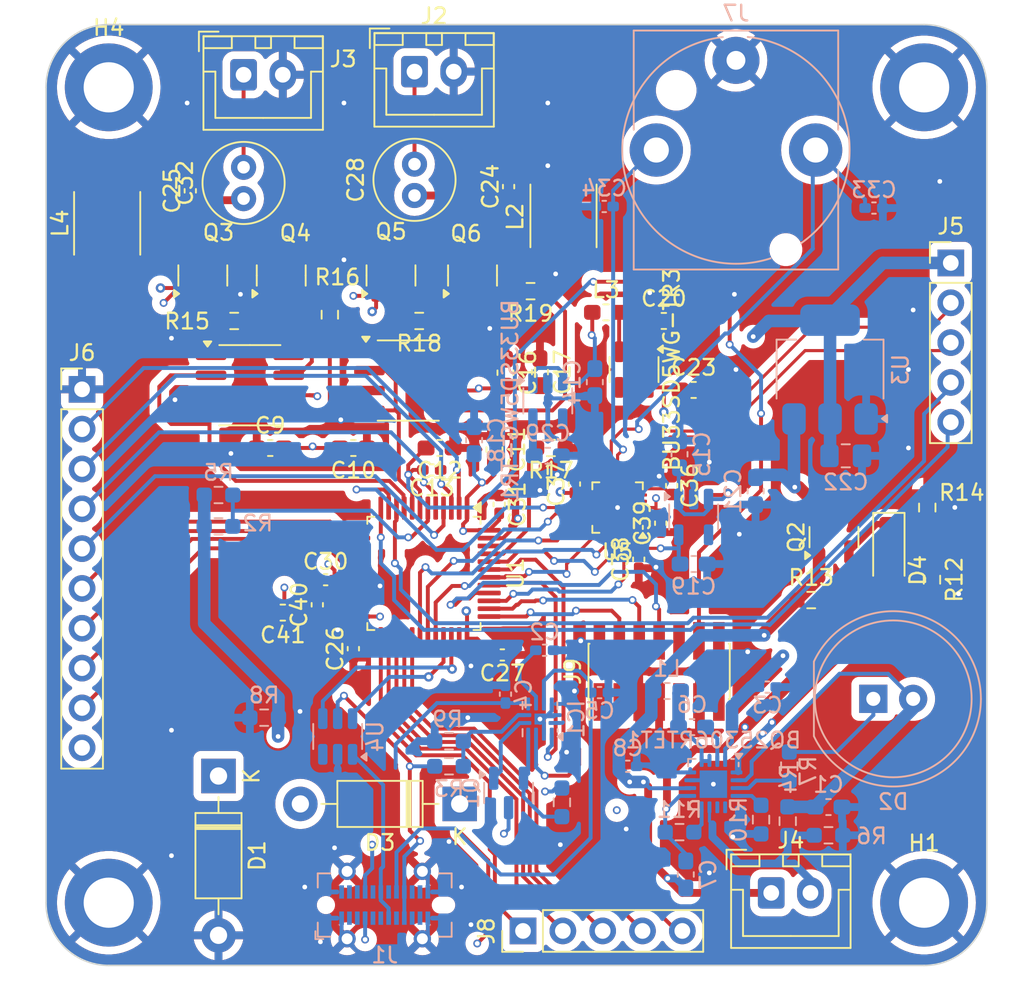
<source format=kicad_pcb>
(kicad_pcb (version 20240108) (generator "pcbnew") (generator_version "8.0")
  (layers (0 "F.Cu" signal) (1 "In1.Cu" signal) (2 "In2.Cu" signal) (31 "B.Cu" signal) (34 "B.Paste" user) (35 "F.Paste" user) (36 "B.SilkS" user "B.Silkscreen") (37 "F.SilkS" user "F.Silkscreen") (38 "B.Mask" user) (39 "F.Mask" user) (44 "Edge.Cuts" user))
  (net 0 "")
  (net 1 "Net-(BQ25306RTET1-STAT)")
  (net 2 "Net-(BQ25306RTET1-ICHG)")
  (net 5 "V_BAT-")
  (net 6 "Net-(BQ25306RTET1-FB_GND)")
  (net 7 "Net-(BQ25306RTET1-FB)")
  (net 8 "V_BAT+")
  (net 9 "Net-(BQ25306RTET1-SW-Pad13)")
  (net 10 "Net-(BQ25306RTET1-BTST)")
  (net 11 "V_SYS")
  (net 15 "UCPD_CC1")
  (net 16 "Net-(D2-K)")
  (net 17 "Net-(D4-K)")
  (net 18 "Net-(D4-A)")
  (net 19 "Net-(IC1-GATE)")
  (net 20 "Net-(IC1-SOURCE)")
  (net 21 "Net-(D1-K)")
  (net 22 "Net-(Q3-G)")
  (net 23 "Net-(IC1-VBUS_CTRL)")
  (net 24 "Net-(Q4-G)")
  (net 25 "LINEOUT_R")
  (net 26 "LINEOUT_L")
  (net 27 "A Encodeur 1")
  (net 28 "B Encodeur 1")
  (net 29 "A Encodeur 2")
  (net 30 "B Encodeur 2")
  (net 31 "V_sense")
  (net 32 "REGN")
  (net 33 "OUT_L")
  (net 34 "OUT_R")
  (net 35 "band1")
  (net 36 "SYS_MCLK")
  (net 37 "LIGHT")
  (net 39 "TIM3_CH1")
  (net 40 "TIM3_CH2")
  (net 41 "TIM3_CH3")
  (net 42 "TIM3_CH4")
  (net 44 "EQ_BAND_BTN")
  (net 45 "band3")
  (net 46 "Potar_volume")
  (net 47 "band2")
  (net 48 "I2S_SCLK")
  (net 49 "I2S_LRCLK")
  (net 50 "I2S_DIN")
  (net 51 "USB_DM")
  (net 52 "USB_DP")
  (net 53 "I2S_DOUT")
  (net 54 "CTRL_DATA")
  (net 55 "UCPD_CC2")
  (net 56 "CTRL_CLK")
  (net 58 "NRST")
  (net 59 "Net-(C24-Pad1)")
  (net 60 "Net-(C25-Pad1)")
  (net 63 "GND")
  (net 64 "Net-(J3-Pin_1)")
  (net 65 "LINEIN_R")
  (net 66 "LINEIN_L")
  (net 67 "V_AMPLIFIER_L")
  (net 68 "Net-(Q5-G)")
  (net 69 "Net-(Q6-G)")
  (net 70 "V_HO_R")
  (net 71 "V_LO_R")
  (net 72 "V_HO_L")
  (net 73 "V_LO_L")
  (net 76 "band0")
  (net 77 "V_AMPLIFIER_R")
  (net 78 "SWDIO")
  (net 89 "SWCLK")
  (net 90 "SWO")
  (net 91 "Net-(U1-PB8)")
  (net 92 "V_BUS")
  (net 93 "+5V")
  (net 94 "Net-(BU33SD5WG-TR3-VIN)")
  (net 96 "Net-(D3-K)")
  (net 97 "Net-(J2-Pin_1)")
  (net 98 "Net-(U5-VAG)")
  (net 105 "Net-(J1-D+-PadA6)")
  (net 106 "Net-(J1-D--PadA7)")
  (net 112 "+3.3V")
  (net 113 "+1V8")
  (net 114 "+3.3VA")
  (footprint "Capacitor_SMD:C_0402_1005Metric_Pad0.74x0.62mm_HandSolder" (layer "F.Cu") (at 133.2 75.6 90)
    (property "Reference" "C25")
    (property "Value" "10u")
  )
  (footprint "Package_TO_SOT_SMD:SOT-23" (layer "F.Cu") (at 174.25 97.6875 90)
    (property "Reference" "Q2")
    (property "Value" "SI2303CDS-T1-GE3" (hide yes))
  )
  (footprint "Package_DFN_QFN:QFN-20-1EP_3x3mm_P0.4mm_EP1.65x1.65mm" (layer "F.Cu") (at 160.45 95.8 180)
    (property "Reference" "U5")
    (property "Value" "SGTL5000XNLA3")
  )
  (footprint "Package_SO:SOIC-8_3.9x4.9mm_P1.27mm" (layer "F.Cu") (at 147.1 87.7)
    (property "Reference" "UCC27325DR2" (hide yes))
    (property "Value" "~")
  )
  (footprint "Capacitor_SMD:C_0603_1608Metric_Pad1.08x0.95mm_HandSolder" (layer "F.Cu") (at 163.4 83.9)
    (property "Reference" "C20")
    (property "Value" "1u")
  )
  (footprint "Inductor_SMD:L_Vishay_IFSC-1515AH_4x4x1.8mm" (layer "F.Cu") (at 127.9 77.675 90)
    (property "Reference" "L4")
    (property "Value" "6u3")
  )
  (footprint "Package_TO_SOT_SMD:SOT-23" (layer "F.Cu") (at 139 81 90)
    (property "Reference" "Q4")
    (property "Value" "SI2303CDS-T1-GE3" (hide yes))
  )
  (footprint "Resistor_SMD:R_0603_1608Metric_Pad0.98x0.95mm_HandSolder" (layer "F.Cu") (at 180.5 100.4 -90)
    (property "Reference" "R12")
    (property "Value" "1k")
  )
  (footprint "Resistor_SMD:R_0603_1608Metric_Pad0.98x0.95mm_HandSolder" (layer "F.Cu") (at 136 83.9 180)
    (property "Reference" "R15")
    (property "Value" "10" (hide yes))
  )
  (footprint "Capacitor_SMD:C_0402_1005Metric_Pad0.74x0.62mm_HandSolder" (layer "F.Cu") (at 148.6 93.4 180)
    (property "Reference" "C13")
    (property "Value" "100n")
  )
  (footprint "Capacitor_SMD:C_0402_1005Metric_Pad0.74x0.62mm_HandSolder" (layer "F.Cu") (at 163.9 94.4 -90)
    (property "Reference" "C36")
    (property "Value" "100n")
  )
  (footprint "Package_TO_SOT_SMD:SOT-23" (layer "F.Cu") (at 146 81 90)
    (property "Reference" "Q5")
    (property "Value" "SI2304DDS-T1-GE3")
  )
  (footprint "Resistor_SMD:R_0603_1608Metric_Pad0.98x0.95mm_HandSolder" (layer "F.Cu") (at 147.8 83.9 180)
    (property "Reference" "R18")
    (property "Value" "10")
  )
  (footprint "Capacitor_SMD:C_0603_1608Metric_Pad1.08x0.95mm_HandSolder" (layer "F.Cu") (at 153.3 87.2 -90)
    (property "Reference" "C16")
    (property "Value" "0.1u")
  )
  (footprint "Connector_PinHeader_2.54mm:PinHeader_1x05_P2.54mm_Vertical" (layer "F.Cu") (at 181.7 80.2)
    (property "Reference" "J5")
    (property "Value" "Conn_01x05")
  )
  (footprint "Capacitor_SMD:C_0402_1005Metric_Pad0.74x0.62mm_HandSolder" (layer "F.Cu") (at 153.1 105.2 180)
    (property "Reference" "C27")
    (property "Value" "100n")
  )
  (footprint "Capacitor_THT:C_Radial_D5.0mm_H11.0mm_P2.00mm" (layer "F.Cu") (at 147.5 75.9 90)
    (property "Reference" "C28")
    (property "Value" "100u")
  )
  (footprint "Diode_THT:D_DO-41_SOD81_P10.16mm_Horizontal" (layer "F.Cu") (at 135 112.92 -90)
    (property "Reference" "D1")
    (property "Value" "1N5817")
  )
  (footprint "Capacitor_SMD:C_0402_1005Metric_Pad0.74x0.62mm_HandSolder" (layer "F.Cu") (at 141.3 102 90)
    (property "Reference" "C40")
    (property "Value" "10n")
  )
  (footprint "Capacitor_SMD:C_0402_1005Metric_Pad0.74x0.62mm_HandSolder" (layer "F.Cu") (at 161.8 99.1 90)
    (property "Reference" "C38")
    (property "Value" "100n")
  )
  (footprint "Capacitor_THT:C_Radial_D5.0mm_H11.0mm_P2.00mm" (layer "F.Cu") (at 136.6 76.1 90)
    (property "Reference" "C32")
    (property "Value" "100u")
  )
  (footprint "Resistor_SMD:R_0603_1608Metric_Pad0.98x0.95mm_HandSolder" (layer "F.Cu") (at 156.2 92 180)
    (property "Reference" "R17")
    (property "Value" "510")
  )
  (footprint "Package_SO:SOIC-8_3.9x4.9mm_P1.27mm" (layer "F.Cu") (at 137 88)
    (property "Reference" "UCC27325DR1" (hide yes))
    (property "Value" "~" (hide yes))
  )
  (footprint "Capacitor_SMD:C_0402_1005Metric_Pad0.74x0.62mm_HandSolder" (layer "F.Cu") (at 163.2 96.8 90)
    (property "Reference" "C39")
    (property "Value" "100n")
  )
  (footprint "Capacitor_SMD:C_0603_1608Metric_Pad1.08x0.95mm_HandSolder" (layer "F.Cu") (at 138.3 92)
    (property "Reference" "C9")
    (property "Value" "0.1u")
  )
  (footprint "Capacitor_SMD:C_0402_1005Metric_Pad0.74x0.62mm_HandSolder" (layer "F.Cu") (at 152.9 95.6 -90)
    (property "Reference" "C31")
    (property "Value" "100n")
  )
  (footprint "Inductor_SMD:L_Vishay_IFSC-1515AH_4x4x1.8mm" (layer "F.Cu") (at 157 77.2 90)
    (property "Reference" "L2")
    (property "Value" "6u3")
  )
  (footprint "Package_QFP:LQFP-48_7x7mm_P0.5mm" (layer "F.Cu") (at 148.1 100 -90)
    (property "Reference" "U1")
    (property "Value" "STM32G491CET6")
  )
  (footprint "MountingHole:MountingHole_3.2mm_M3_DIN965_Pad" (layer "F.Cu") (at 128 121)
    (property "Reference" "H2" (hide yes))
    (property "Value" "MountingHole_Pad" (hide yes))
  )
  (footprint "Capacitor_SMD:C_0603_1608Metric_Pad1.08x0.95mm_HandSolder" (layer "F.Cu") (at 143.6 92 180)
    (property "Reference" "C10")
    (property "Value" "1.0u")
  )
  (footprint "Resistor_SMD:R_0603_1608Metric_Pad0.98x0.95mm_HandSolder" (layer "F.Cu") (at 180.2 95.8 -90)
    (property "Reference" "R14")
    (property "Value" "10k" (hide yes))
  )
  (footprint "Capacitor_SMD:C_0402_1005Metric_Pad0.74x0.62mm_HandSolder" (layer "F.Cu") (at 141.8325 100.4)
    (property "Reference" "C30")
    (property "Value" "100n")
  )
  (footprint "Package_TO_SOT_SMD:SOT-23-5" (layer "F.Cu") (at 161.5 87 -90)
    (property "Reference" "BU33SD5WG-TR3")
    (property "Value" "LM1117DT-3.3")
  )
  (footprint "Inductor_SMD:L_0603_1608Metric_Pad1.05x0.95mm_HandSolder" (layer "F.Cu") (at 159.711 83.352)
    (property "Reference" "L3")
    (property "Value" "39n")
  )
  (footprint "Connector_JST:JST_XH_B2B-XH-A_1x02_P2.50mm_Vertical" (layer "F.Cu") (at 136.6 68.2)
    (property "Reference" "J3")
    (property "Value" "Conn_01x02" (hide yes))
  )
  (footprint "MountingHole:MountingHole_3.2mm_M3_DIN965_Pad" (layer "F.Cu") (at 180 121)
    (property "Reference" "H1")
    (property "Value" "MountingHole_Pad" (hide yes))
  )
  (footprint "Resistor_SMD:R_0603_1608Metric_Pad0.98x0.95mm_HandSolder" (layer "F.Cu") (at 142.1 83.5 90)
    (property "Reference" "R16")
    (property "Value" "10" (hide yes))
  )
  (footprint "Capacitor_SMD:C_0603_1608Metric_Pad1.08x0.95mm_HandSolder" (layer "F.Cu") (at 139.1 102.5 180)
    (property "Reference" "C41")
    (property "Value" "1u")
  )
  (footprint "Capacitor_SMD:C_0402_1005Metric_Pad0.74x0.62mm_HandSolder" (layer "F.Cu") (at 157.7 94.3 90)
    (property "Reference" "C37")
    (property "Value" "100n")
  )
  (footprint "Resistor_SMD:R_0603_1608Metric_Pad0.98x0.95mm_HandSolder" (layer "F.Cu") (at 172.8 101.7)
    (property "Reference" "R13")
    (property "Value" "1M1")
  )
  (footprint "Capacitor_SMD:C_0402_1005Metric_Pad0.74x0.62mm_HandSolder" (layer "F.Cu") (at 153.5 75.3325 90)
    (property "Reference" "C24")
    (property "Value" "10u")
  )
  (footprint "Package_TO_SOT_SMD:SOT-23" (layer "F.Cu") (at 134 81 90)
    (property "Reference" "Q3")
    (property "Value" "SI2304DDS-T1-GE3" (hide yes))
  )
  (footprint "Connector_PinHeader_1.27mm:PinHeader_2x07_P1.27mm_Vertical_SMD" (layer "F.Cu") (at 163.1 106.25 90)
    (property "Reference" "J9")
    (property "Value" "Conn_ST_STDC14")
  )
  (footprint "MountingHole:MountingHole_3.2mm_M3_DIN965_Pad" (layer "F.Cu") (at 128 69)
    (property "Reference" "H4")
    (property "Value" "MountingHole_Pad")
  )
  (footprint "Capacitor_SMD:C_0402_1005Metric_Pad0.74x0.62mm_HandSolder" (layer "F.Cu") (at 143.6 104.8 90)
    (property "Reference" "C26")
    (property "Value" "100n")
  )
  (footprint "Diode_THT:D_DO-41_SOD81_P10.16mm_Horizontal" (layer "F.Cu") (at 150.38 114.7 180)
    (property "Reference" "D3")
    (property "Value" "1N5817")
  )
  (footprint "Connector_PinHeader_2.54mm:PinHeader_1x10_P2.54mm_Vertical" (layer "F.Cu") (at 126.3 88.26)
    (property "Reference" "J6")
    (property "Value" "Conn_01x10")
  )
  (footprint "Connector_JST:JST_XH_B2B-XH-A_1x02_P2.50mm_Vertical" (layer "F.Cu") (at 147.5 68)
    (property "Reference" "J2")
    (property "Value" "Conn_01x02")
  )
  (footprint "Resistor_SMD:R_0603_1608Metric_Pad0.98x0.95mm_HandSolder" (layer "F.Cu") (at 154.9 82 180)
    (property "Reference" "R19")
    (property "Value" "10")
  )
  (footprint "Capacitor_SMD:C_0603_1608Metric_Pad1.08x0.95mm_HandSolder" (layer "F.Cu") (at 152.6 92.1 -90)
    (property "Reference" "C11")
    (property "Value" "4.7u")
  )
  (footprint "Connector_JST:JST_XH_B2B-XH-A_1x02_P2.50mm_Vertical" (layer "F.Cu") (at 170.25 120.375)
    (property "Reference" "J4")
    (property "Value" "Conn_01x02")
  )
  (footprint "Connector_PinHeader_2.54mm:PinHeader_1x05_P2.54mm_Vertical" (layer "F.Cu") (at 154.42 122.8 90)
    (property "Reference" "J8")
    (property "Value" "Conn_01x05")
  )
  (footprint "Package_TO_SOT_SMD:SOT-23" (layer "F.Cu") (at 151.2 81 90)
    (property "Reference" "Q6")
    (property "Value" "SI2303CDS-T1-GE3" (hide yes))
  )
  (footprint "Capacitor_SMD:C_0603_1608Metric_Pad1.08x0.95mm_HandSolder" (layer "F.Cu") (at 155.5 87.1625 -90)
    (property "Reference" "C17")
    (property "Value" "1.0u")
  )
  (footprint "Capacitor_SMD:C_0603_1608Metric_Pad1.08x0.95mm_HandSolder" (layer "F.Cu") (at 149.1 92 180)
    (property "Reference" "C12")
    (property "Value" "1u")
  )
  (footprint "Capacitor_SMD:C_0603_1608Metric_Pad1.08x0.95mm_HandSolder" (layer "F.Cu") (at 165.3 88.3)
    (property "Reference" "C23")
    (property "Value" "1u")
  )
  (footprint "Diode_SMD:D_SOD-123" (layer "F.Cu") (at 177.75 98.5 -90)
    (property "Reference" "D4")
    (property "Value" "1N4148W" (hide yes))
  )
  (footprint "MountingHole:MountingHole_3.2mm_M3_DIN965_Pad" (layer "F.Cu") (at 180 69)
    (property "Reference" "H3" (hide yes))
    (property "Value" "MountingHole_Pad" (hide yes))
  )
  (footprint "Capacitor_SMD:C_0402_1005Metric_Pad0.74x0.62mm_HandSolder" (layer "B.Cu") (at 159.6 76.6 180)
    (property "Reference" "C34")
    (property "Value" "10u")
  )
  (footprint "Package_TO_SOT_SMD:SOT-23-5" (layer "B.Cu") (at 156 89 -90)
    (property "Reference" "BU33SD5WG-TR1")
    (property "Value" "LM1117DT-3.3")
  )
  (footprint "Capacitor_SMD:C_0402_1005Metric_Pad0.74x0.62mm_HandSolder" (layer "B.Cu") (at 176.8 76.7 180)
    (property "Reference" "C33")
    (property "Value" "10u")
  )
  (footprint "Capacitor_SMD:C_0402_1005Metric_Pad0.74x0.62mm_HandSolder" (layer "B.Cu") (at 170 107.25)
    (property "Reference" "C3")
    (property "Value" "10u")
  )
  (footprint "Capacitor_SMD:C_0805_2012Metric_Pad1.18x1.45mm_HandSolder" (layer "B.Cu") (at 175 92.5)
    (property "Reference" "C22")
    (property "Value" "22u")
  )
  (footprint "Capacitor_SMD:C_0603_1608Metric_Pad1.08x0.95mm_HandSolder" (layer "B.Cu") (at 151.3 91.5 90)
    (property "Reference" "C18")
    (property "Value" "1u")
  )
  (footprint "Capacitor_SMD:C_0603_1608Metric_Pad1.08x0.95mm_HandSolder" (layer "B.Cu") (at 165.3 99.4)
    (property "Reference" "C19")
    (property "Value" "1u")
  )
  (footprint "Connector_Audio:Jack_6.35mm_Neutrik_NJ3FD-V_Vertical" (layer "B.Cu") (at 168 67.28 180)
    (property "Reference" "J7")
    (property "Value" "AudioJack3")
  )
  (footprint "Package_DFN_QFN:LQFN-12-1EP_2x2mm_P0.5mm_EP0.7x0.7mm" (layer "B.Cu") (at 155.5 109.2875 90)
    (property "Reference" "IC1")
    (property "Value" "TCPP01-M12")
  )
  (footprint "Package_TO_SOT_SMD:SOT-23" (layer "B.Cu") (at 153.5 114 -90)
    (property "Reference" "Q1")
    (property "Value" "SI2304DDS-T1-GE3")
  )
  (footprint "Package_DFN_QFN:WQFN-16-1EP_3x3mm_P0.5mm_EP1.75x1.75mm" (layer "B.Cu") (at 166.56 113.44 180)
    (property "Reference" "BQ25306RTET1")
    (property "Value" "~")
  )
  (footprint "Resistor_SMD:R_0603_1608Metric_Pad0.98x0.95mm_HandSolder" (layer "B.Cu") (at 171.4 112.3 90)
    (property "Reference" "R7")
    (property "Value" "1k" (hide yes))
  )
  (footprint "Capacitor_SMD:C_0603_1608Metric_Pad1.08x0.95mm_HandSolder" (layer "B.Cu") (at 173.9 114.9 180)
    (property "Reference" "C1")
    (property "Value" "2.2u")
  )
  (footprint "Resistor_SMD:R_0603_1608Metric_Pad0.98x0.95mm_HandSolder" (layer "B.Cu") (at 173.9 116.7)
    (property "Reference" "R6")
    (property "Value" "23.2k" (hide yes))
  )
  (footprint "Capacitor_SMD:C_0603_1608Metric_Pad1.08x0.95mm_HandSolder" (layer "B.Cu") (at 169.25 94.75 -90)
    (property "Reference" "C21")
    (property "Value" "10u")
  )
  (footprint "LED_THT:LED_D10.0mm" (layer "B.Cu") (at 176.76 108)
    (property "Reference" "D2")
    (property "Value" "LED_Small")
  )
  (footprint "Resistor_SMD:R_0603_1608Metric_Pad0.98x0.95mm_HandSolder" (layer "B.Cu") (at 169.6 115.7 -90)
    (property "Reference" "R10")
    (property "Value" "23.2k")
  )
  (footprint "Capacitor_SMD:C_0402_1005Metric_Pad0.74x0.62mm_HandSolder" (layer "B.Cu") (at 155.8 104.9 180)
    (property "Reference" "C2")
    (property "Value" "10u")
  )
  (footprint "Resistor_SMD:R_0603_1608Metric_Pad0.98x0.95mm_HandSolder" (layer "B.Cu") (at 156.9 114.6 90)
    (property "Reference" "R1" (hide yes))
    (property "Value" "~")
  )
  (footprint "Capacitor_SMD:C_0402_1005Metric_Pad0.74x0.62mm_HandSolder" (layer "B.Cu") (at 159.3 107.6)
    (property "Reference" "C5")
    (property "Value" "10u")
  )
  (footprint "Resistor_SMD:R_0603_1608Metric_Pad0.98x0.95mm_HandSolder" (layer "B.Cu") (at 164.4 116.5 180)
    (property "Reference" "R11")
    (property "Value" "200k")
  )
  (footprint "Capacitor_SMD:C_0603_1608Metric_Pad1.08x0.95mm_HandSolder" (layer "B.Cu") (at 164.4 92.4 90)
    (property "Reference" "C15")
    (property "Value" "1u")
  )
  (footprint "Package_TO_SOT_SMD:SOT-223-3_TabPin2" (layer "B.Cu") (at 174 87 90)
    (property "Reference" "U3")
    (property "Value" "AZ1117-5.0")
  )
  (footprint "Resistor_SMD:R_0603_1608Metric_Pad0.98x0.95mm_HandSolder" (layer "B.Cu") (at 137.9125 109.2 180)
    (property "Reference" "R8")
    (property "Value" "~")
  )
  (footprint "Resistor_SMD:R_0603_1608Metric_Pad0.98x0.95mm_HandSolder" (layer "B.Cu") (at 135 97 180)
    (property "Reference" "R2")
    (property "Value" "~" (hide yes))
  )
  (footprint "Capacitor_SMD:C_0603_1608Metric_Pad1.08x0.95mm_HandSolder" (layer "B.Cu") (at 159 87.8 -90)
    (property "Reference" "C14")
    (property "Value" "1u")
  )
  (footprint "Resistor_SMD:R_0603_1608Metric_Pad0.98x0.95mm_HandSolder" (layer "B.Cu") (at 149.7 112.3)
    (property "Reference" "R3")
    (property "Value" "~")
  )
  (footprint "Capacitor_SMD:C_0603_1608Metric_Pad1.08x0.95mm_HandSolder" (layer "B.Cu") (at 156 92.5 180)
    (property "Reference" "C29")
    (property "Value" "1u")
  )
  (footprint "Package_TO_SOT_SMD:SOT-23-6" (layer "B.Cu") (at 142.6 110.4 90)
    (property "Reference" "U4")
    (property "Value" "USBLC6-2SC6")
  )
  (footprint "Capacitor_SMD:C_0603_1608Metric_Pad1.08x0.95mm_HandSolder" (layer "B.Cu") (at 164.8 119.2 90)
    (property "Reference" "C7")
    (property "Value" "470u")
  )
  (footprint "Connector_USB:USB_C_Receptacle_GCT_USB4115-03-C" (layer "B.Cu") (at 145.6 121.15)
    (property "Reference" "J1")
    (property "Value" "USB_C_Receptacle")
  )
  (footprint "Capacitor_SMD:C_0402_1005Metric_Pad0.74x0.62mm_HandSolder" (layer "B.Cu") (at 161.1 112.3 180)
    (property "Reference" "C8")
    (property "Value" "10u")
  )
  (footprint "Capacitor_SMD:C_0402_1005Metric_Pad0.74x0.62mm_HandSolder" (layer "B.Cu") (at 153.3 107.7 90)
    (property "Reference" "C4")
    (property "Value" "10u")
  )
  (footprint "Package_TO_SOT_SMD:SOT-23-5" (layer "B.Cu") (at 165.3 96.4 -90)
    (property "Reference" "BU33SD5WG-TR2" (hide yes))
    (property "Value" "LM1117DT-3.3")
  )
  (footprint "Resistor_SMD:R_0603_1608Metric_Pad0.98x0.95mm_HandSolder" (layer "B.Cu") (at 135 95 180)
    (property "Reference" "R5")
    (property "Value" "~")
  )
  (footprint "Capacitor_SMD:C_0603_1608Metric_Pad1.08x0.95mm_HandSolder" (layer "B.Cu") (at 165.2 109.8 180)
    (property "Reference" "C6")
    (property "Value" "47nF")
  )
  (footprint "Resistor_SMD:R_0603_1608Metric_Pad0.98x0.95mm_HandSolder" (layer "B.Cu") (at 149.7 110.7 180)
    (property "Reference" "R9")
    (property "Value" "~" (hide yes))
  )
  (footprint "Inductor_SMD:L_0603_1608Metric_Pad1.05x0.95mm_HandSolder" (layer "B.Cu") (at 163.6 107.5 180)
    (property "Reference" "L1")
    (property "Value" "2.2u")
  )
  (footprint "Resistor_SMD:R_0603_1608Metric_Pad0.98x0.95mm_HandSolder" (layer "B.Cu") (at 171.3 115.8 -90)
    (property "Reference" "R4")
    (property "Value" "4.5k")
  )
  (gr_arc (start 184 121) (mid 182.828427 123.828427) (end 180 125) (stroke (width 0.1)) (layer "Edge.Cuts"))
  (gr_line (start 180 125) (end 128 125) (stroke (width 0.1)) (layer "Edge.Cuts"))
  (gr_line (start 124 121) (end 124 69) (stroke (width 0.1)) (layer "Edge.Cuts"))
  (gr_arc (start 124 69) (mid 125.171573 66.171573) (end 128 65) (stroke (width 0.1)) (layer "Edge.Cuts"))
  (gr_arc (start 180 65) (mid 182.828427 66.171573) (end 184 69) (stroke (width 0.1)) (layer "Edge.Cuts"))
  (gr_line (start 128 65) (end 180 65) (stroke (width 0.1)) (layer "Edge.Cuts"))
  (gr_arc (start 128 125) (mid 125.171573 123.828427) (end 124 121) (stroke (width 0.1)) (layer "Edge.Cuts"))
  (gr_line (start 184 69) (end 184 121) (stroke (width 0.1)) (layer "Edge.Cuts"))
  (segment (start 169.2875 113.2125) (end 168.81 113.69) (width 0.25) (layer "B.Cu") (net 1))
  (segment (start 168.81 113.69) (end 168.035 113.69) (width 0.25) (layer "B.Cu") (net 1))
  (segment (start 171.4 113.2125) (end 169.2875 113.2125) (width 0.25) (layer "B.Cu") (net 1))
  (segment (start 168.035 114.19) (end 169.0025 114.19) (width 0.25) (layer "B.Cu") (net 2))
  (segment (start 169.0025 114.19) (end 169.6 114.7875) (width 0.25) (layer "B.Cu") (net 2))
  (segment (start 166.5 116) (end 166.31 115.81) (width 0.2) (layer "B.Cu") (net 5))
  (segment (start 166.5 116) (end 166.5 116.8) (width 0.5) (layer "B.Cu") (net 5))
  (segment (start 171.3 117.8) (end 170.7 118.4) (width 0.5) (layer "B.Cu") (net 5))
  (segment (start 170.6 118.5) (end 171.7 118.5) (width 0.5) (layer "B.Cu") (net 5))
  (segment (start 172.75 119.55) (end 172.75 120.375) (width 0.5) (layer "B.Cu") (net 5))
  (segment (start 168.2 118.5) (end 170.6 118.5) (width 0.5) (layer "B.Cu") (net 5))
  (segment (start 172.975 116.7125) (end 172.9875 116.7) (width 0.5) (layer "B.Cu") (net 5))
  (segment (start 171.3 116.7125) (end 171.3 117.8) (width 0.5) (layer "B.Cu") (net 5))
  (segment (start 171.7 118.5) (end 172.75 119.55) (width 0.5) (layer "B.Cu") (net 5))
  (segment (start 171.3 116.7125) (end 172.975 116.7125) (width 0.5) (layer "B.Cu") (net 5))
  (segment (start 166.31 115.81) (end 166.31 114.915) (width 0.2) (layer "B.Cu") (net 5))
  (segment (start 172.9875 116.7) (end 172.7875 116.7) (width 0.5) (layer "B.Cu") (net 5))
  (segment (start 170.6 118.5) (end 170.7 118.4) (width 0.5) (layer "B.Cu") (net 5))
  (segment (start 166.5 116.8) (end 168.2 118.5) (width 0.5) (layer "B.Cu") (net 5))
  (segment (start 165.3125 116.5) (end 165.81 116.0025) (width 0.25) (layer "B.Cu") (net 6))
  (segment (start 165.81 116.0025) (end 165.81 115.035) (width 0.25) (layer "B.Cu") (net 6))
  (segment (start 173.7 101.7125) (end 173.7125 101.7) (width 0.8) (layer "F.Cu") (net 7))
  (segment (start 168.6 109.8) (end 173.7 104.7) (width 0.8) (layer "F.Cu") (net 7))
  (segment (start 163.6 113) (end 165.4 111.2) (width 0.5) (layer "F.Cu") (net 7))
  (segment (start 165.4 111.2) (end 167.175 111.2) (width 0.5) (layer "F.Cu") (net 7))
  (segment (start 163.6 114.8) (end 163.6 113) (width 0.5) (layer "F.Cu") (net 7))
  (segment (start 167.175 111.2) (end 168.575 109.8) (width 0.5) (layer "F.Cu") (net 7))
  (segment (start 168.575 109.8) (end 168.6 109.8) (width 0.8) (layer "F.Cu") (net 7))
  (segment (start 173.7 104.7) (end 173.7 101.7125) (width 0.8) (layer "F.Cu") (net 7))
  (via (at 168.575 109.8) (size 0.5) (drill 0.3) (layers "F.Cu" "B.Cu") (net 7))
  (via (at 163.555636 115.021654) (size 0.5) (drill 0.3) (layers "F.Cu" "B.Cu") (net 7))
  (segment (start 164.41 114.19) (end 165.085 114.19) (width 0.25) (layer "B.Cu") (net 7))
  (segment (start 163.4875 116.5) (end 163.4875 116.5875) (width 0.25) (layer "B.Cu") (net 7))
  (segment (start 163.4875 115.1125) (end 163.555636 115.044364) (width 0.25) (layer "B.Cu") (net 7))
  (segment (start 164.8 117.9) (end 164.8 118.3375) (width 0.25) (layer "B.Cu") (net 7))
  (segment (start 163.578346 115.021654) (end 164.41 114.19) (width 0.25) (layer "B.Cu") (net 7))
  (segment (start 163.555636 115.044364) (end 163.555636 115.021654) (width 0.25) (layer "B.Cu") (net 7))
  (segment (start 163.555636 115.021654) (end 163.578346 115.021654) (width 0.25) (layer "B.Cu") (net 7))
  (segment (start 163.4875 116.5875) (end 164.8 117.9) (width 0.25) (layer "B.Cu") (net 7))
  (segment (start 163.4875 116.5) (end 163.4875 115.1125) (width 0.25) (layer "B.Cu") (net 7))
  (segment (start 173.3 100.2875) (end 173.3 98.625) (width 0.8) (layer "F.Cu") (net 8))
  (segment (start 169.8 103.7875) (end 173.3 100.2875) (width 0.8) (layer "F.Cu") (net 8))
  (segment (start 162.4 118.2) (end 163.65 119.45) (width 0.5) (layer "F.Cu") (net 8))
  (segment (start 169.8 103.95) (end 169.8 103.7875) (width 0.8) (layer "F.Cu") (net 8))
  (segment (start 162.4 113.6) (end 162.4 118.2) (width 0.5) (layer "F.Cu") (net 8))
  (segment (start 162.1 113.3) (end 162.4 113.6) (width 0.5) (layer "F.Cu") (net 8))
  (segment (start 164.575 120.375) (end 169.875 120.375) (width 0.5) (layer "F.Cu") (net 8))
  (segment (start 170.25 120.375) (end 169.875 120.375) (width 0.2) (layer "F.Cu") (net 8))
  (segment (start 163.65 119.45) (end 164.575 120.375) (width 0.5) (layer "F.Cu") (net 8))
  (segment (start 162.1 113.3) (end 161.2225 113.3) (width 0.5) (layer "F.Cu") (net 8))
  (via (at 163.65 119.45) (size 0.5) (drill 0.3) (layers "F.Cu" "B.Cu") (net 8))
  (via (at 169.8 103.95) (size 0.5) (drill 0.3) (layers "F.Cu" "B.Cu") (net 8))
  (via (at 161.2225 113.3) (size 0.6) (drill 0.3) (layers "F.Cu" "B.Cu") (net 8))
  (via (at 162.1 113.3) (size 0.5) (drill 0.3) (layers "F.Cu" "B.Cu") (net 8))
  (via (at 160.4 115.1) (size 0.5) (drill 0.3) (layers "F.Cu" "B.Cu") (net 8))
  (segment (start 164.1875 119.45) (end 164.8 120.0625) (width 0.5) (layer "B.Cu") (net 8))
  (segment (start 160.5325 112.61) (end 160.5325 112.3) (width 0.8) (layer "B.Cu") (net 8))
  (segment (start 162.6 109.0625) (end 162.6 107.1) (width 0.8) (layer "B.Cu") (net 8))
  (segment (start 161.2225 113.3) (end 160.5325 112.61) (width 0.8) (layer "B.Cu") (net 8))
  (segment (start 162.1 113.3) (end 162.5 113.7) (width 0.25) (layer "B.Cu") (net 8))
  (segment (start 165.075 113.7) (end 165.085 113.69) (width 0.25) (layer "B.Cu") (net 8))
  (segment (start 162.5 113.7) (end 165.075 113.7) (width 0.25) (layer "B.Cu") (net 8))
  (segment (start 160.5325 112.3) (end 160.5325 111.13) (width 0.8) (layer "B.Cu") (net 8))
  (segment (start 160.5325 111.13) (end 162.6 109.0625) (width 0.8) (layer "B.Cu") (net 8))
  (segment (start 162.6 107.1) (end 165.75 103.95) (width 0.8) (layer "B.Cu") (net 8))
  (segment (start 163.65 119.45) (end 164.1875 119.45) (width 0.5) (layer "B.Cu") (net 8))
  (segment (start 161.2225 113.3) (end 162.1 113.3) (width 0.8) (layer "B.Cu") (net 8))
  (segment (start 165.75 103.95) (end 169.8 103.95) (width 0.8) (layer "B.Cu") (net 8))
  (segment (start 166.31 111.965) (end 165.93 111.965) (width 0.25) (layer "B.Cu") (net 9))
  (segment (start 164.3375 109.8) (end 164.3375 107.6375) (width 0.8) (layer "B.Cu") (net 9))
  (segment (start 164.3375 107.6375) (end 164.475 107.5) (width 0.8) (layer "B.Cu") (net 9))
  (segment (start 165.81 111.11) (end 164.5 109.8) (width 0.25) (layer "B.Cu") (net 9))
  (segment (start 165.81 111.965) (end 165.81 111.11) (width 0.25) (layer "B.Cu") (net 9))
  (segment (start 166.31 111.6225) (end 166.31 111.965) (width 0.25) (layer "B.Cu") (net 9))
  (segment (start 164.5 109.8) (end 164.3375 109.8) (width 0.25) (layer "B.Cu") (net 9))
  (segment (start 166.81 110.5475) (end 166.0625 109.8) (width 0.25) (layer "B.Cu") (net 10))
  (segment (start 166.81 112.085) (end 166.81 110.5475) (width 0.25) (layer "B.Cu") (net 10))
  (segment (start 133.05 81.9375) (end 132.3125 81.9375) (width 0.25) (layer "F.Cu") (net 11))
  (segment (start 144.6875 82.3) (end 145.05 81.9375) (width 0.25) (layer "F.Cu") (net 11))
  (segment (start 145.05 83.05) (end 144.8 83.3) (width 0.25) (layer "F.Cu") (net 11))
  (segment (start 132.175 81.8) (end 132.3125 81.9375) (width 0.25) (layer "F.Cu") (net 11))
  (segment (start 172 94.5) (end 171.75 94.5) (width 0.8) (layer "F.Cu") (net 11))
  (segment (start 145.05 81.9375) (end 145.05 83.05) (width 0.25) (layer "F.Cu") (net 11))
  (segment (start 131.3 81.8) (end 132.175 81.8) (width 0.25) (layer "F.Cu") (net 11))
  (segment (start 132.3125 81.9375) (end 131.5 82.75) (width 0.25) (layer "F.Cu") (net 11))
  (segment (start 174.25 96.75) (end 172 94.5) (width 0.8) (layer "F.Cu") (net 11))
  (segment (start 143.6 82.3) (end 144.6875 82.3) (width 0.25) (layer "F.Cu") (net 11))
  (via (at 131.3 81.8) (size 0.6) (drill 0.3) (layers "F.Cu" "B.Cu") (net 11))
  (via (at 144.8 83.3) (size 0.6) (drill 0.3) (layers "F.Cu" "B.Cu") (net 11))
  (via (at 171.75 94.5) (size 0.5) (drill 0.3) (layers "F.Cu" "B.Cu") (net 11))
  (via (at 171 105.25) (size 0.5) (drill 0.3) (layers "F.Cu" "B.Cu") (net 11))
  (via (at 143.6 82.3) (size 0.5) (drill 0.3) (layers "F.Cu" "B.Cu") (net 11))
  (via (at 131.5 82.75) (size 0.5) (drill 0.3) (layers "F.Cu" "B.Cu") (net 11))
  (segment (start 171.7 91.15) (end 171.7 94.45) (width 0.8) (layer "B.Cu") (net 11))
  (segment (start 167.75 110.75) (end 167.31 111.19) (width 0.25) (layer "B.Cu") (net 11))
  (segment (start 167.75 110) (end 167.75 108.4625) (width 0.8) (layer "B.Cu") (net 11))
  (segment (start 169 107.25) (end 171 105.25) (width 0.8) (layer "B.Cu") (net 11))
  (segment (start 167.31 111.19) (end 167.31 111.965) (width 0.25) (layer "B.Cu") (net 11))
  (segment (start 167.75 108.4625) (end 168.9625 107.25) (width 0.8) (layer "B.Cu") (net 11))
  (segment (start 169.25 93.7125) (end 170.9625 93.7125) (width 0.8) (layer "B.Cu") (net 11))
  (segment (start 168.9625 107.25) (end 169 107.25) (width 0.8) (layer "B.Cu") (net 11))
  (segment (start 167.75 110) (end 167.75 110.75) (width 0.25) (layer "B.Cu") (net 11))
  (segment (start 171.7 94.45) (end 171.75 94.5) (width 0.25) (layer "B.Cu") (net 11))
  (segment (start 170.9625 93.7125) (end 171.75 94.5) (width 0.8) (layer "B.Cu") (net 11))
  (segment (start 154.275 99.125) (end 153.65 99.75) (width 0.25) (layer "F.Cu") (net 15))
  (segment (start 158 112.2) (end 158 111.2) (width 0.25) (layer "F.Cu") (net 15))
  (segment (start 158 111.2) (end 157 110.2) (width 0.25) (layer "F.Cu") (net 15))
  (segment (start 157 100.900001) (end 155.224999 99.125) (width 0.25) (layer "F.Cu") (net 15))
  (segment (start 157.3 112.9) (end 158 112.2) (width 0.25) (layer "F.Cu") (net 15))
  (segment (start 155.224999 99.125) (end 154.275 99.125) (width 0.25) (layer "F.Cu") (net 15))
  (segment (start 155.8 112.9) (end 157.3 112.9) (width 0.25) (layer "F.Cu") (net 15))
  (segment (start 153.65 99.75) (end 152.1625 99.75) (width 0.25) (layer "F.Cu") (net 15))
  (segment (start 157 110.2) (end 157 100.900001) (width 0.25) (layer "F.Cu") (net 15))
  (via (at 155.8 112.9) (size 0.5) (drill 0.3) (layers "F.Cu" "B.Cu") (net 15))
  (segment (start 153.3 108.2675) (end 154.6925 108.2675) (width 0.25) (layer "B.Cu") (net 15))
  (segment (start 155.25 112.35) (end 155.25 110.25) (width 0.25) (layer "B.Cu") (net 15))
  (segment (start 155.8 112.9) (end 155.25 112.35) (width 0.25) (layer "B.Cu") (net 15))
  (segment (start 146.3 110.9) (end 146.3 112.4) (width 0.25) (layer "B.Cu") (net 15))
  (segment (start 153.3 108.2675) (end 148.9325 108.2675) (width 0.25) (layer "B.Cu") (net 15))
  (segment (start 148.9325 108.2675) (end 146.3 110.9) (width 0.25) (layer "B.Cu") (net 15))
  (segment (start 154.6925 108.2675) (end 154.75 108.325) (width 0.25) (layer "B.Cu") (net 15))
  (segment (start 176.76 109.04) (end 176.76 108) (width 0.25) (layer "B.Cu") (net 16))
  (segment (start 174.4125 111.3875) (end 176.76 109.04) (width 0.25) (layer "B.Cu") (net 16))
  (segment (start 171.4 111.4875) (end 171.4 111.3875) (width 0.25) (layer "B.Cu") (net 16))
  (segment (start 171.4 111.3875) (end 174.4125 111.3875) (width 0.25) (layer "B.Cu") (net 16))
  (segment (start 176.975 96.85) (end 177.75 96.85) (width 0.4) (layer "F.Cu") (net 17))
  (segment (start 177.8875 96.7125) (end 177.75 96.85) (width 0.4) (layer "F.Cu") (net 17))
  (segment (start 175.2 98.625) (end 176.975 96.85) (width 0.4) (layer "F.Cu") (net 17))
  (segment (start 180.2 96.7125) (end 177.8875 96.7125) (width 0.4) (layer "F.Cu") (net 17))
  (segment (start 178.95 100.15) (end 177.75 100.15) (width 0.4) (layer "F.Cu") (net 18))
  (segment (start 180.5 99.4875) (end 179.6125 99.4875) (width 0.4) (layer "F.Cu") (net 18))
  (segment (start 179.6125 99.4875) (end 178.95 100.15) (width 0.4) (layer "F.Cu") (net 18))
  (segment (start 154.2125 109.5375) (end 153 110.75) (width 0.25) (layer "B.Cu") (net 19))
  (segment (start 153 112.6125) (end 152.55 113.0625) (width 0.25) (layer "B.Cu") (net 19))
  (segment (start 153 110.75) (end 153 112.6125) (width 0.25) (layer "B.Cu") (net 19))
  (segment (start 154.5375 109.5375) (end 154.2125 109.5375) (width 0.25) (layer "B.Cu") (net 19))
  (segment (start 154.75 110.25) (end 154.75 112.7625) (width 0.25) (layer "B.Cu") (net 20))
  (segment (start 156.8 115.5125) (end 155.7125 115.5125) (width 0.25) (layer "B.Cu") (net 20))
  (segment (start 154.45 114.25) (end 154.45 113.0625) (width 0.25) (layer "B.Cu") (net 20))
  (segment (start 155.7125 115.5125) (end 154.45 114.25) (width 0.25) (layer "B.Cu") (net 20))
  (segment (start 154.75 112.7625) (end 154.45 113.0625) (width 0.25) (layer "B.Cu") (net 20))
  (segment (start 147.2 112) (end 143 107.8) (width 0.25) (layer "F.Cu") (net 21))
  (segment (start 147.2 116.4) (end 147.2 112.3) (width 0.25) (layer "F.Cu") (net 21))
  (segment (start 147.857428 117.057428) (end 147.2 116.4) (width 0.25) (layer "F.Cu") (net 21))
  (segment (start 147.2 112.3) (end 147.2 112) (width 0.25) (layer "F.Cu") (net 21))
  (via (at 147.857428 117.057428) (size 0.5) (drill 0.3) (layers "F.Cu" "B.Cu") (net 21))
  (via (at 143 107.8) (size 0.5) (drill 0.3) (layers "F.Cu" "B.Cu") (net 21))
  (via (at 147.2 112.3) (size 0.5) (drill 0.3) (layers "F.Cu" "B.Cu") (net 21))
  (via (at 153.2 116.6) (size 0.5) (drill 0.3) (layers "F.Cu" "B.Cu") (net 21))
  (via (at 144.35 123.35) (size 0.5) (drill 0.3) (layers "F.Cu" "B.Cu") (net 21))
  (via (at 144.8 117.3) (size 0.5) (drill 0.3) (layers "F.Cu" "B.Cu") (net 21))
  (segment (start 142.6 108.2) (end 143 107.8) (width 0.25) (layer "B.Cu") (net 21))
  (segment (start 144.35 119.25) (end 144.35 120.315) (width 0.25) (layer "B.Cu") (net 21))
  (segment (start 147.2 112.3) (end 148.7875 112.3) (width 0.25) (layer "B.Cu") (net 21))
  (segment (start 144.8 118.8) (end 144.35 119.25) (width 0.25) (layer "B.Cu") (net 21))
  (segment (start 144.8 117.3) (end 144.8 118.8) (width 0.25) (layer "B.Cu") (net 21))
  (segment (start 153.5 116.3) (end 153.5 114.9375) (width 0.25) (layer "B.Cu") (net 21))
  (segment (start 153.2 116.6) (end 153.5 116.3) (width 0.25) (layer "B.Cu") (net 21))
  (segment (start 147.857428 117.057428) (end 146.85 118.064856) (width 0.25) (layer "B.Cu") (net 21))
  (segment (start 146.85 118.064856) (end 146.85 121.67) (width 0.25) (layer "B.Cu") (net 21))
  (segment (start 140.417082 114.7) (end 140.22 114.7) (width 0.25) (layer "B.Cu") (net 21))
  (segment (start 144.35 123.35) (end 144.35 121.67) (width 0.25) (layer "B.Cu") (net 21))
  (segment (start 142.6 109.2625) (end 142.6 108.2) (width 0.25) (layer "B.Cu") (net 21))
  (segment (start 134.95 83.7625) (end 134.95 82.0375) (width 0.25) (layer "F.Cu") (net 22))
  (segment (start 153.04896 110.1) (end 151.1125 110.1) (width 0.25) (layer "B.Cu") (net 23))
  (segment (start 154.11146 109.0375) (end 153.04896 110.1) (width 0.25) (layer "B.Cu") (net 23))
  (segment (start 154.5375 109.0375) (end 154.11146 109.0375) (width 0.25) (layer "B.Cu") (net 23))
  (segment (start 151.1125 110.1) (end 150.6625 110.55) (width 0.25) (layer "B.Cu") (net 23))
  (segment (start 150.6125 112.3) (end 150.6125 110.7) (width 0.25) (layer "B.Cu") (net 23))
  (segment (start 140.6 82.5875) (end 142.1 82.5875) (width 0.25) (layer "F.Cu") (net 24))
  (segment (start 139.95 81.9375) (end 140.6 82.5875) (width 0.25) (layer "F.Cu") (net 24))
  (segment (start 172.41 85.79) (end 166.9 91.3) (width 0.2) (layer "F.Cu") (net 25))
  (segment (start 181.515 85.79) (end 172.41 85.79) (width 0.2) (layer "F.Cu") (net 25))
  (segment (start 161.25 93.85) (end 161.25 94.35) (width 0.2) (layer "F.Cu") (net 25))
  (segment (start 163.8 91.3) (end 161.25 93.85) (width 0.2) (layer "F.Cu") (net 25))
  (segment (start 166.9 91.3) (end 163.8 91.3) (width 0.2) (layer "F.Cu") (net 25))
  (segment (start 181.8 85.505) (end 181.515 85.79) (width 0.2) (layer "F.Cu") (net 25))
  (segment (start 166.275 90.925) (end 172.9 84.3) (width 0.2) (layer "F.Cu") (net 26))
  (segment (start 180.465 84.3) (end 181.8 82.965) (width 0.2) (layer "F.Cu") (net 26))
  (segment (start 160.85 94.35) (end 160.85 93.232842) (width 0.2) (layer "F.Cu") (net 26))
  (segment (start 160.85 93.232842) (end 163.157842 90.925) (width 0.2) (layer "F.Cu") (net 26))
  (segment (start 172.9 84.3) (end 180.465 84.3) (width 0.2) (layer "F.Cu") (net 26))
  (segment (start 163.157842 90.925) (end 166.275 90.925) (width 0.2) (layer "F.Cu") (net 26))
  (segment (start 150.2 93.4) (end 150.325 93.525) (width 0.25) (layer "F.Cu") (net 27))
  (segment (start 150.325 93.525) (end 150.325 96.275) (width 0.25) (layer "F.Cu") (net 27))
  (via (at 150.2 93.4) (size 0.5) (drill 0.3) (layers "F.Cu" "B.Cu") (net 27))
  (segment (start 126.33 90.8) (end 126.3 90.8) (width 0.25) (layer "B.Cu") (net 27))
  (segment (start 130.23 86.9) (end 126.33 90.8) (width 0.25) (layer "B.Cu") (net 27))
  (segment (start 150.2 93.4) (end 150.2 92.6) (width 0.25) (layer "B.Cu") (net 27))
  (segment (start 144.5 86.9) (end 130.23 86.9) (width 0.25) (layer "B.Cu") (net 27))
  (segment (start 150.2 92.6) (end 144.5 86.9) (width 0.25) (layer "B.Cu") (net 27))
  (segment (start 149.85 94.95) (end 149.2 94.3) (width 0.25) (layer "F.Cu") (net 28))
  (segment (start 149.85 95.8375) (end 149.85 94.95) (width 0.25) (layer "F.Cu") (net 28))
  (via (at 149.2 94.3) (size 0.5) (drill 0.3) (layers "F.Cu" "B.Cu") (net 28))
  (segment (start 126.5 93.17) (end 132.27 87.4) (width 0.25) (layer "B.Cu") (net 28))
  (segment (start 149.2 92.20104) (end 149.2 94.3) (width 0.25) (layer "B.Cu") (net 28))
  (segment (start 132.27 87.4) (end 144.39896 87.4) (width 0.25) (layer "B.Cu") (net 28))
  (segment (start 144.39896 87.4) (end 149.2 92.20104) (width 0.25) (layer "B.Cu") (net 28))
  (segment (start 149.35 96.95) (end 149.35 95.8375) (width 0.25) (layer "F.Cu") (net 29))
  (segment (start 148.75 97.55) (end 149.35 96.95) (width 0.25) (layer "F.Cu") (net 29))
  (via (at 148.75 97.55) (size 0.5) (drill 0.3) (layers "F.Cu" "B.Cu") (net 29))
  (segment (start 126.33 98.42) (end 126.3 98.42) (width 0.25) (layer "B.Cu") (net 29))
  (segment (start 145 93.8) (end 130.95 93.8) (width 0.25) (layer "B.Cu") (net 29))
  (segment (start 148.75 97.55) (end 145 93.8) (width 0.25) (layer "B.Cu") (net 29))
  (segment (start 130.95 93.8) (end 126.33 98.42) (width 0.25) (layer "B.Cu") (net 29))
  (segment (start 148.85 94.93995) (end 148.85 95.8375) (width 0.25) (layer "F.Cu") (net 30))
  (segment (start 148.1 94.18995) (end 148.85 94.93995) (width 0.25) (layer "F.Cu") (net 30))
  (via (at 148.1 94.18995) (size 0.5) (drill 0.3) (layers "F.Cu" "B.Cu") (net 30))
  (segment (start 148.1 94.18995) (end 148.1 93.1) (width 0.25) (layer "B.Cu") (net 30))
  (segment (start 126.33 95.88) (end 126.3 95.88) (width 0.25) (layer "B.Cu") (net 30))
  (segment (start 148.1 93.1) (end 146 91) (width 0.25) (layer "B.Cu") (net 30))
  (segment (start 131.21 91) (end 126.33 95.88) (width 0.25) (layer "B.Cu") (net 30))
  (segment (start 146 91) (end 131.21 91) (width 0.25) (layer "B.Cu") (net 30))
  (segment (start 147.3 97.7) (end 148.35 96.65) (width 0.25) (layer "F.Cu") (net 31))
  (segment (start 148.35 96.65) (end 148.35 95.8375) (width 0.25) (layer "F.Cu") (net 31))
  (segment (start 147.1 97.7) (end 147.3 97.7) (width 0.25) (layer "F.Cu") (net 31))
  (via (at 147.1 97.7) (size 0.5) (drill 0.3) (layers "F.Cu" "B.Cu") (net 31))
  (segment (start 144.74099 96) (end 135.9125 96) (width 0.25) (layer "B.Cu") (net 31))
  (segment (start 135.9125 96) (end 135.9125 95) (width 0.25) (layer "B.Cu") (net 31))
  (segment (start 146.44099 97.7) (end 144.74099 96) (width 0.25) (layer "B.Cu") (net 31))
  (segment (start 147.1 97.7) (end 146.44099 97.7) (width 0.25) (layer "B.Cu") (net 31))
  (segment (start 135.9125 97) (end 135.9125 96) (width 0.25) (layer "B.Cu") (net 31))
  (segment (start 174.6 106.4) (end 177.7 106.4) (width 0.25) (layer "B.Cu") (net 32))
  (segment (start 173.0225 114.8875) (end 179.3 108.61) (width 0.8) (layer "B.Cu") (net 32))
  (segment (start 169 112.8) (end 169 112) (width 0.25) (layer "B.Cu") (net 32))
  (segment (start 177.7 106.4) (end 179.3 108) (width 0.25) (layer "B.Cu") (net 32))
  (segment (start 169 112) (end 174.6 106.4) (width 0.25) (layer "B.Cu") (net 32))
  (segment (start 168.035 113.19) (end 168.61 113.19) (width 0.25) (layer "B.Cu") (net 32))
  (segment (start 179.3 108.41) (end 179.3 108) (width 0.8) (layer "B.Cu") (net 32))
  (segment (start 168.61 113.19) (end 169 112.8) (width 0.25) (layer "B.Cu") (net 32))
  (segment (start 171.3 114.8875) (end 173.0225 114.8875) (width 0.8) (layer "B.Cu") (net 32))
  (segment (start 145.665 87.065) (end 146.3 87.7) (width 0.25) (layer "F.Cu") (net 33))
  (segment (start 144.625 89.605) (end 146.305 89.605) (width 0.25) (layer "F.Cu") (net 33))
  (segment (start 146.3 89.6) (end 146.305 89.605) (width 0.25) (layer "F.Cu") (net 33))
  (segment (start 144.625 87.065) (end 145.665 87.065) (width 0.25) (layer "F.Cu") (net 33))
  (segment (start 146.305 89.605) (end 146.5 89.8) (width 0.25) (layer "F.Cu") (net 33))
  (segment (start 147.35 94.85104) (end 147.35 95.8375) (width 0.25) (layer "F.Cu") (net 33))
  (segment (start 146.5 94.00104) (end 147.35 94.85104) (width 0.25) (layer "F.Cu") (net 33))
  (segment (start 146.5 89.8) (end 146.5 94.00104) (width 0.25) (layer "F.Cu") (net 33))
  (segment (start 146.3 87.7) (end 146.3 89.6) (width 0.25) (layer "F.Cu") (net 33))
  (segment (start 134.425001 92.425001) (end 136.1 94.1) (width 0.25) (layer "F.Cu") (net 34))
  (segment (start 134.425001 90.004999) (end 134.425001 90.471) (width 0.25) (layer "F.Cu") (net 34))
  (segment (start 131.225001 88.085) (end 131.945001 87.365) (width 0.25) (layer "F.Cu") (net 34))
  (segment (start 131.225001 89.71495) (end 131.225001 88.085) (width 0.25) (layer "F.Cu") (net 34))
  (segment (start 136.1 94.1) (end 145.9 94.1) (width 0.25) (layer "F.Cu") (net 34))
  (segment (start 131.945001 87.365) (end 135.135 87.365) (width 0.25) (layer "F.Cu") (net 34))
  (segment (start 131.981051 90.471) (end 131.225001 89.71495) (width 0.25) (layer "F.Cu") (net 34))
  (segment (start 134.425001 90.471) (end 134.425001 92.425001) (width 0.25) (layer "F.Cu") (net 34))
  (segment (start 134.425001 90.471) (end 131.981051 90.471) (width 0.25) (layer "F.Cu") (net 34))
  (segment (start 145.9 94.1) (end 146.8 95) (width 0.25) (layer "F.Cu") (net 34))
  (segment (start 134.525 89.905) (end 134.425001 90.004999) (width 0.25) (layer "F.Cu") (net 34))
  (segment (start 146.8 95) (end 146.8 96.3) (width 0.25) (layer "F.Cu") (net 34))
  (segment (start 154.85 119.14792) (end 154.85 114.046879) (width 0.25) (layer "F.Cu") (net 35))
  (segment (start 151.128121 110.325) (end 148.425 110.325) (width 0.25) (layer "F.Cu") (net 35))
  (segment (start 148.425 110.325) (end 146.85 108.75) (width 0.25) (layer "F.Cu") (net 35))
  (segment (start 162.04 122.8) (end 160.015 120.775) (width 0.25) (layer "F.Cu") (net 35))
  (segment (start 156.47708 120.775) (end 154.85 119.14792) (width 0.25) (layer "F.Cu") (net 35))
  (segment (start 160.015 120.775) (end 156.47708 120.775) (width 0.25) (layer "F.Cu") (net 35))
  (segment (start 146.85 108.75) (end 146.85 104.1625) (width 0.25) (layer "F.Cu") (net 35))
  (segment (start 154.85 114.046879) (end 151.128121 110.325) (width 0.25) (layer "F.Cu") (net 35))
  (segment (start 145.85 94.95) (end 145.85 96.25) (width 0.25) (layer "F.Cu") (net 36))
  (segment (start 145.55 94.65) (end 145.85 94.95) (width 0.25) (layer "F.Cu") (net 36))
  (segment (start 155.7 95.8) (end 159 95.8) (width 0.2) (layer "F.Cu") (net 36))
  (segment (start 143.8 94.65) (end 145.55 94.65) (width 0.25) (layer "F.Cu") (net 36))
  (via (at 155.7 95.8) (size 0.5) (drill 0.3) (layers "F.Cu" "B.Cu") (net 36))
  (via (at 143.8 94.65) (size 0.5) (drill 0.3) (layers "F.Cu" "B.Cu") (net 36))
  (segment (start 148.9 98.5) (end 145.05 94.65) (width 0.25) (layer "B.Cu") (net 36))
  (segment (start 145.05 94.65) (end 143.8 94.65) (width 0.25) (layer "B.Cu") (net 36))
  (segment (start 150.6 98.5) (end 148.9 98.5) (width 0.25) (layer "B.Cu") (net 36))
  (segment (start 155.7 95.8) (end 153.3 95.8) (width 0.25) (layer "B.Cu") (net 36))
  (segment (start 153.3 95.8) (end 150.6 98.5) (width 0.25) (layer "B.Cu") (net 36))
  (segment (start 145.35 97.7) (end 145.35 95.8375) (width 0.25) (layer "F.Cu") (net 37))
  (via (at 145.35 97.7) (size 0.5) (drill 0.3) (layers "F.Cu" "B.Cu") (net 37))
  (segment (start 165.460051 103.25) (end 170.089949 103.25) (width 0.25) (layer "B.Cu") (net 37))
  (segment (start 148.1 103.6) (end 165.110051 103.6) (width 0.25) (layer "B.Cu") (net 37))
  (segment (start 145.35 99.35) (end 146.2 100.2) (width 0.25) (layer "B.Cu") (net 37))
  (segment (start 170.135975 103.296025) (end 181.5 91.932) (width 0.25) (layer "B.Cu") (net 37))
  (segment (start 181.5 91.932) (end 181.5 90.87) (width 0.25) (layer "B.Cu") (net 37))
  (segment (start 146.2 101.7) (end 148.1 103.6) (width 0.25) (layer "B.Cu") (net 37))
  (segment (start 165.110051 103.6) (end 165.460051 103.25) (width 0.25) (layer "B.Cu") (net 37))
  (segment (start 145.35 97.7) (end 145.35 99.35) (width 0.25) (layer "B.Cu") (net 37))
  (segment (start 146.2 100.2) (end 146.2 101.7) (width 0.25) (layer "B.Cu") (net 37))
  (segment (start 170.089949 103.25) (end 170.135975 103.296025) (width 0.25) (layer "B.Cu") (net 37))
  (segment (start 143.9375 97.75) (end 143.16759 97.75) (width 0.25) (layer "F.Cu") (net 39))
  (segment (start 142.11759 96.7) (end 130.5 96.7) (width 0.25) (layer "F.Cu") (net 39))
  (segment (start 130.5 96.7) (end 126.3 100.9) (width 0.25) (layer "F.Cu") (net 39))
  (segment (start 143.16759 97.75) (end 142.11759 96.7) (width 0.25) (layer "F.Cu") (net 39))
  (segment (start 126.3 100.9) (end 126.3 100.96) (width 0.25) (layer "F.Cu") (net 39))
  (segment (start 142.1 97.3) (end 132.53 97.3) (width 0.25) (layer "F.Cu") (net 40))
  (segment (start 126.33 103.5) (end 126.3 103.5) (width 0.25) (layer "F.Cu") (net 40))
  (segment (start 143.9375 98.25) (end 143.05 98.25) (width 0.25) (layer "F.Cu") (net 40))
  (segment (start 132.53 97.3) (end 126.33 103.5) (width 0.25) (layer "F.Cu") (net 40))
  (segment (start 143.05 98.25) (end 142.1 97.3) (width 0.25) (layer "F.Cu") (net 40))
  (segment (start 127.8 103.3) (end 127.8 104.57) (width 0.25) (layer "F.Cu") (net 41))
  (segment (start 133.3 97.8) (end 127.8 103.3) (width 0.25) (layer "F.Cu") (net 41))
  (segment (start 143.9375 98.75) (end 142.94896 98.75) (width 0.25) (layer "F.Cu") (net 41))
  (segment (start 141.99896 97.8) (end 133.3 97.8) (width 0.25) (layer "F.Cu") (net 41))
  (segment (start 127.8 104.57) (end 126.5 105.87) (width 0.25) (layer "F.Cu") (net 41))
  (segment (start 142.94896 98.75) (end 141.99896 97.8) (width 0.25) (layer "F.Cu") (net 41))
  (segment (start 128.225 104.175) (end 128.225 106.655) (width 0.25) (layer "F.Cu") (net 42))
  (segment (start 128.225 106.655) (end 126.3 108.58) (width 0.25) (layer "F.Cu") (net 42))
  (segment (start 143.9375 99.25) (end 142.84792 99.25) (width 0.25) (layer "F.Cu") (net 42))
  (segment (start 142.84792 99.25) (end 141.99792 98.4) (width 0.25) (layer "F.Cu") (net 42))
  (segment (start 141.99792 98.4) (end 134 98.4) (width 0.25) (layer "F.Cu") (net 42))
  (segment (start 134 98.4) (end 128.225 104.175) (width 0.25) (layer "F.Cu") (net 42))
  (segment (start 150.55 111.6) (end 152.3 113.35) (width 0.25) (layer "F.Cu") (net 44))
  (segment (start 152.3 117.6) (end 152.625 117.925) (width 0.25) (layer "F.Cu") (net 44))
  (segment (start 152.625 121.005) (end 154.42 122.8) (width 0.25) (layer "F.Cu") (net 44))
  (segment (start 147.6 111.6) (end 150.55 111.6) (width 0.25) (layer "F.Cu") (net 44))
  (segment (start 152.625 117.925) (end 152.625 121.005) (width 0.25) (layer "F.Cu") (net 44))
  (segment (start 145.35 109.35) (end 145.35 104.1625) (width 0.25) (layer "F.Cu") (net 44))
  (segment (start 145.35 109.35) (end 147.6 111.6) (width 0.25) (layer "F.Cu") (net 44))
  (segment (start 152.3 113.35) (end 152.3 117.6) (width 0.25) (layer "F.Cu") (net 44))
  (segment (start 145.85 109.151041) (end 145.85 104.1625) (width 0.25) (layer "F.Cu") (net 45))
  (segment (start 154 114.398959) (end 150.776041 111.175) (width 0.25) (layer "F.Cu") (net 45))
  (segment (start 154 119.84) (end 154 114.398959) (width 0.25) (layer "F.Cu") (net 45))
  (segment (start 147.873959 111.175) (end 145.85 109.151041) (width 0.25) (layer "F.Cu") (net 45))
  (segment (start 156.96 122.8) (end 154 119.84) (width 0.25) (layer "F.Cu") (net 45))
  (segment (start 150.776041 111.175) (end 147.873959 111.175) (width 0.25) (layer "F.Cu") (net 45))
  (segment (start 146.35 96.60741) (end 146.35 95.8375) (width 0.25) (layer "F.Cu") (net 46))
  (segment (start 146.25 96.70741) (end 146.35 96.60741) (width 0.25) (layer "F.Cu") (net 46))
  (segment (start 146.25 99.35) (end 146.25 96.70741) (width 0.25) (layer "F.Cu") (net 46))
  (via (at 146.25 99.35) (size 0.5) (drill 0.3) (layers "F.Cu" "B.Cu") (net 46))
  (segment (start 146.625 99.725) (end 146.625 101.025) (width 0.25) (layer "B.Cu") (net 46))
  (segment (start 146.625 101.025) (end 148.775 103.175) (width 0.25) (layer "B.Cu") (net 46))
  (segment (start 164.93401 103.175) (end 165.28401 102.825) (width 0.25) (layer "B.Cu") (net 46))
  (segment (start 180 92.83096) (end 180 89.83) (width 0.25) (layer "B.Cu") (net 46))
  (segment (start 165.28401 102.825) (end 170.00596 102.825) (width 0.25) (layer "B.Cu") (net 46))
  (segment (start 170.00596 102.825) (end 180 92.83096) (width 0.25) (layer "B.Cu") (net 46))
  (segment (start 148.775 103.175) (end 164.93401 103.175) (width 0.25) (layer "B.Cu") (net 46))
  (segment (start 146.25 99.35) (end 146.625 99.725) (width 0.25) (layer "B.Cu") (net 46))
  (segment (start 180 89.83) (end 181.5 88.33) (width 0.25) (layer "B.Cu") (net 46))
  (segment (start 148.05 110.75) (end 146.35 109.05) (width 0.25) (layer "F.Cu") (net 47))
  (segment (start 159.5 122.8) (end 157.9 121.2) (width 0.25) (layer "F.Cu") (net 47))
  (segment (start 146.35 109.05) (end 146.35 104.1625) (width 0.25) (layer "F.Cu") (net 47))
  (segment (start 156.30104 121.2) (end 154.425 119.32396) (width 0.25) (layer "F.Cu") (net 47))
  (segment (start 154.425 114.222919) (end 150.952081 110.75) (width 0.25) (layer "F.Cu") (net 47))
  (segment (start 150.952081 110.75) (end 148.05 110.75) (width 0.25) (layer "F.Cu") (net 47))
  (segment (start 157.9 121.2) (end 156.30104 121.2) (width 0.25) (layer "F.Cu") (net 47))
  (segment (start 154.425 119.32396) (end 154.425 114.222919) (width 0.25) (layer "F.Cu") (net 47))
  (segment (start 156.6 97.9) (end 155.4 97.9) (width 0.25) (layer "F.Cu") (net 48))
  (segment (start 159 96.6) (end 157.9 96.6) (width 0.2) (layer "F.Cu") (net 48))
  (segment (start 148.2 99.6) (end 147.85 99.95) (width 0.25) (layer "F.Cu") (net 48))
  (segment (start 157.9 96.6) (end 156.6 97.9) (width 0.2) (layer "F.Cu") (net 48))
  (segment (start 147.85 99.95) (end 147.85 104.1625) (width 0.25) (layer "F.Cu") (net 48))
  (via (at 148.2 99.6) (size 0.5) (drill 0.3) (layers "F.Cu" "B.Cu") (net 48))
  (via (at 155.4 97.9) (size 0.5) (drill 0.3) (layers "F.Cu" "B.Cu") (net 48))
  (segment (start 148.2 99.6) (end 148.6 100) (width 0.25) (layer "B.Cu") (net 48))
  (segment (start 151.2 100) (end 153.3 97.9) (width 0.25) (layer "B.Cu") (net 48))
  (segment (start 153.3 97.9) (end 155.4 97.9) (width 0.25) (layer "B.Cu") (net 48))
  (segment (start 148.6 100) (end 151.2 100) (width 0.25) (layer "B.Cu") (net 48))
  (segment (start 159 96.2) (end 156.5 96.2) (width 0.2) (layer "F.Cu") (net 49))
  (segment (start 148.35 100.85) (end 148.35 104.1625) (width 0.25) (layer "F.Cu") (net 49))
  (segment (start 150 99.2) (end 148.35 100.85) (width 0.25) (layer "F.Cu") (net 49))
  (segment (start 156.5 96.2) (end 156 96.7) (width 0.2) (layer "F.Cu") (net 49))
  (via (at 156 96.7) (size 0.5) (drill 0.3) (layers "F.Cu" "B.Cu") (net 49))
  (via (at 150 99.2) (size 0.5) (drill 0.3) (layers "F.Cu" "B.Cu") (net 49))
  (segment (start 151.2 99.2) (end 153.2 97.2) (width 0.25) (layer "B.Cu") (net 49))
  (segment (start 153.2 97.2) (end 155.5 97.2) (width 0.25) (layer "B.Cu") (net 49))
  (segment (start 155.5 97.2) (end 156 96.7) (width 0.25) (layer "B.Cu") (net 49))
  (segment (start 150 99.2) (end 151.2 99.2) (width 0.25) (layer "B.Cu") (net 49))
  (segment (start 159.1 98.8) (end 160.05 97.85) (width 0.2) (layer "F.Cu") (net 50))
  (segment (start 148.85 101.85) (end 148.85 104.1625) (width 0.25) (layer "F.Cu") (net 50))
  (segment (start 149.9 100.8) (end 148.85 101.85) (width 0.25) (layer "F.Cu") (net 50))
  (segment (start 160.05 97.85) (end 160.05 97.25) (width 0.2) (layer "F.Cu") (net 50))
  (segment (start 150.7 100.8) (end 150.7 100.7) (width 0.25) (layer "F.Cu") (net 50))
  (segment (start 150.7 100.8) (end 149.9 100.8) (width 0.25) (layer "F.Cu") (net 50))
  (via (at 159.1 98.8) (size 0.5) (drill 0.3) (layers "F.Cu" "B.Cu") (net 50))
  (via (at 150.7 100.8) (size 0.5) (drill 0.3) (layers "F.Cu" "B.Cu") (net 50))
  (segment (start 158.8 98.5) (end 155.78995 98.5) (width 0.25) (layer "B.Cu") (net 50))
  (segment (start 155.78995 98.5) (end 155.68995 98.6) (width 0.25) (layer "B.Cu") (net 50))
  (segment (start 159.1 98.8) (end 158.8 98.5) (width 0.25) (layer "B.Cu") (net 50))
  (segment (start 153.20104 98.6) (end 151.00104 100.8) (width 0.25) (layer "B.Cu") (net 50))
  (segment (start 155.68995 98.6) (end 153.20104 98.6) (width 0.25) (layer "B.Cu") (net 50))
  (segment (start 151.00104 100.8) (end 150.7 100.8) (width 0.25) (layer "B.Cu") (net 50))
  (segment (start 148.4 106.6) (end 149.35 105.65) (width 0.25) (layer "F.Cu") (net 51))
  (segment (start 149.35 105.65) (end 149.35 104.1625) (width 0.25) (layer "F.Cu") (net 51))
  (via (at 148.4 106.6) (size 0.6) (drill 0.3) (layers "F.Cu" "B.Cu") (net 51))
  (segment (start 148.4 106.6) (end 145.9 106.6) (width 0.25) (layer "B.Cu") (net 51))
  (segment (start 143.55 108.95) (end 143.55 109.2625) (width 0.25) (layer "B.Cu") (net 51))
  (segment (start 145.9 106.6) (end 143.55 108.95) (width 0.25) (layer "B.Cu") (net 51))
  (segment (start 149.85 105.95) (end 149.9 105.9) (width 0.25) (layer "F.Cu") (net 52))
  (segment (start 149.9 106.1) (end 149.7 106.1) (width 0.25) (layer "F.Cu") (net 52))
  (segment (start 149.9 105.9) (end 149.9 106.1) (width 0.25) (layer "F.Cu") (net 52))
  (segment (start 149.7 106.1) (end 149.8 106) (width 0.25) (layer "F.Cu") (net 52))
  (segment (start 149.85 104.1625) (end 149.85 105.95) (width 0.25) (layer "F.Cu") (net 52))
  (via (at 149.9 106.1) (size 0.6) (drill 0.3) (layers "F.Cu" "B.Cu") (net 52))
  (segment (start 141.65 108.15) (end 141.65 109.2625) (width 0.25) (layer "B.Cu") (net 52))
  (segment (start 149.8 106) (end 143.8 106) (width 0.25) (layer "B.Cu") (net 52))
  (segment (start 149.9 106.1) (end 149.8 106) (width 0.25) (layer "B.Cu") (net 52))
  (segment (start 143.8 106) (end 141.65 108.15) (width 0.25) (layer "B.Cu") (net 52))
  (segment (start 153.32604 100.175) (end 153.25104 100.25) (width 0.25) (layer "F.Cu") (net 53))
  (segment (start 159.35 97.25) (end 159.65 97.25) (width 0.2) (layer "F.Cu") (net 53))
  (segment (start 153.25104 100.25) (end 152.1625 100.25) (width 0.25) (layer "F.Cu") (net 53))
  (segment (start 154.8 99.9) (end 154.525 100.175) (width 0.25) (layer "F.Cu") (net 53))
  (segment (start 157.2 100.036504) (end 157.2 99.4) (width 0.2) (layer "F.Cu") (net 53))
  (segment (start 154.525 100.175) (end 153.32604 100.175) (width 0.25) (layer "F.Cu") (net 53))
  (segment (start 157.2 99.4) (end 159.35 97.25) (width 0.2) (layer "F.Cu") (net 53))
  (via (at 154.8 99.9) (size 0.5) (drill 0.3) (layers "F.Cu" "B.Cu") (net 53))
  (via (at 157.2 100.036504) (size 0.5) (drill 0.3) (layers "F.Cu" "B.Cu") (net 53))
  (segment (start 157.063496 99.9) (end 157.2 100.036504) (width 0.25) (layer "B.Cu") (net 53))
  (segment (start 154.8 99.9) (end 157.063496 99.9) (width 0.25) (layer "B.Cu") (net 53))
  (segment (start 155.8 98.6) (end 154.1 98.6) (width 0.25) (layer "F.Cu") (net 54))
  (segment (start 160.45 97.25) (end 160.45 98.45) (width 0.2) (layer "F.Cu") (net 54))
  (segment (start 154.1 98.6) (end 153.45 99.25) (width 0.25) (layer "F.Cu") (net 54))
  (segment (start 160.45 98.45) (end 159 99.9) (width 0.2) (layer "F.Cu") (net 54))
  (segment (start 156.4 99.2) (end 155.8 98.6) (width 0.25) (layer "F.Cu") (net 54))
  (segment (start 153.45 99.25) (end 152.2625 99.25) (width 0.25) (layer "F.Cu") (net 54))
  (via (at 159 99.9) (size 0.5) (drill 0.3) (layers "F.Cu" "B.Cu") (net 54))
  (via (at 156.4 99.2) (size 0.5) (drill 0.3) (layers "F.Cu" "B.Cu") (net 54))
  (segment (start 159 99.9) (end 158.3 99.2) (width 0.25) (layer "B.Cu") (net 54))
  (segment (start 158.3 99.2) (end 156.4 99.2) (width 0.25) (layer "B.Cu") (net 54))
  (segment (start 155.6 100.6) (end 153.502081 100.6) (width 0.25) (layer "F.Cu") (net 55))
  (segment (start 156.5 111.2) (end 156.5 101.5) (width 0.25) (layer "F.Cu") (net 55))
  (segment (start 153.502081 100.6) (end 153.352081 100.75) (width 0.25) (layer "F.Cu") (net 55))
  (segment (start 156 111.7) (end 156.5 111.2) (width 0.25) (layer "F.Cu") (net 55))
  (segment (start 153.352081 100.75) (end 152.1625 100.75) (width 0.25) (layer "F.Cu") (net 55))
  (segment (start 156.5 101.5) (end 155.6 100.6) (width 0.25) (layer "F.Cu") (net 55))
  (via (at 156 111.7) (size 0.5) (drill 0.3) (layers "F.Cu" "B.Cu") (net 55))
  (segment (start 158.7325 116.8675) (end 158.7325 106.9325) (width 0.25) (layer "B.Cu") (net 55))
  (segment (start 150.06187 116.26187) (end 153 119.2) (width 0.25) (layer "B.Cu") (net 55))
  (segment (start 158.7325 106.9325) (end 158 106.2) (width 0.25) (layer "B.Cu") (net 55))
  (segment (start 146.35 117.787039) (end 147.875169 116.26187) (width 0.25) (layer "B.Cu") (net 55))
  (segment (start 156.4 119.2) (end 158.7325 116.8675) (width 0.25) (layer "B.Cu") (net 55))
  (segment (start 155.75 106.85) (end 155.75 108.325) (width 0.25) (layer "B.Cu") (net 55))
  (segment (start 153 119.2) (end 156.4 119.2) (width 0.25) (layer "B.Cu") (net 55))
  (segment (start 156.4 106.2) (end 155.75 106.85) (width 0.25) (layer "B.Cu") (net 55))
  (segment (start 158 106.2) (end 156.4 106.2) (width 0.25) (layer "B.Cu") (net 55))
  (segment (start 146.35 120) (end 146.35 117.787039) (width 0.25) (layer "B.Cu") (net 55))
  (segment (start 147.875169 116.26187) (end 150.06187 116.26187) (width 0.25) (layer "B.Cu") (net 55))
  (segment (start 156 111.7) (end 156 111.21005) (width 0.25) (layer "B.Cu") (net 55))
  (segment (start 156 111.21005) (end 156.25 110.96005) (width 0.25) (layer "B.Cu") (net 55))
  (segment (start 156.25 110.96005) (end 156.25 110.25) (width 0.25) (layer "B.Cu") (net 55))
  (segment (start 153.8 101.3) (end 153.35 101.75) (width 0.25) (layer "F.Cu") (net 56))
  (segment (start 153.35 101.75) (end 152.1625 101.75) (width 0.25) (layer "F.Cu") (net 56))
  (segment (start 160.85 97.25) (end 160.85 100.35) (width 0.2) (layer "F.Cu") (net 56))
  (segment (start 160.85 100.35) (end 160.5 100.7) (width 0.2) (layer "F.Cu") (net 56))
  (via (at 160.5 100.7) (size 0.5) (drill 0.3) (layers "F.Cu" "B.Cu") (net 56))
  (via (at 153.8 101.3) (size 0.5) (drill 0.3) (layers "F.Cu" "B.Cu") (net 56))
  (segment (start 155.02745 101.025) (end 154.75245 101.3) (width 0.25) (layer "B.Cu") (net 56))
  (segment (start 160.038496 101.161504) (end 156.734009 101.161504) (width 0.25) (layer "B.Cu") (net 56))
  (segment (start 154.75245 101.3) (end 153.8 101.3) (width 0.25) (layer "B.Cu") (net 56))
  (segment (start 156.734009 101.161504) (end 156.597505 101.025) (width 0.25) (layer "B.Cu") (net 56))
  (segment (start 156.597505 101.025) (end 155.02745 101.025) (width 0.25) (layer "B.Cu") (net 56))
  (segment (start 160.5 100.7) (end 160.038496 101.161504) (width 0.25) (layer "B.Cu") (net 56))
  (segment (start 147.1 93.1) (end 148.2 92) (width 0.25) (layer "F.Cu") (net 58))
  (segment (start 165.64 104.3) (end 165.64 98.66) (width 0.25) (layer "F.Cu") (net 58))
  (segment (start 147.1 93.7) (end 147.1 93.1) (width 0.25) (layer "F.Cu") (net 58))
  (segment (start 147.4 93.4) (end 148.0325 93.4) (width 0.25) (layer "F.Cu") (net 58))
  (segment (start 147.55 94.15) (end 147.55 94.417768) (width 0.25) (layer "F.Cu") (net 58))
  (segment (start 169.6 89.8) (end 169.6 89.9) (width 0.25) (layer "F.Cu") (net 58))
  (segment (start 165.64 98.66) (end 169.6 94.7) (width 0.25) (layer "F.Cu") (net 58))
  (segment (start 147.1 93.7) (end 147.55 94.15) (width 0.25) (layer "F.Cu") (net 58))
  (segment (start 169.6 94.7) (end 169.6 89.8) (width 0.25) (layer "F.Cu") (net 58))
  (segment (start 147.1 93.7) (end 147.4 93.4) (width 0.25) (layer "F.Cu") (net 58))
  (segment (start 147.55 94.417768) (end 147.85 94.717768) (width 0.25) (layer "F.Cu") (net 58))
  (segment (start 165.41005 81.4) (end 167.6 83.58995) (width 0.25) (layer "F.Cu") (net 58))
  (segment (start 158.9 81.4) (end 165.41005 81.4) (width 0.25) (layer "F.Cu") (net 58))
  (segment (start 147.85 94.717768) (end 147.85 95.8375) (width 0.25) (layer "F.Cu") (net 58))
  (segment (start 167.6 83.58995) (end 167.6 85.4) (width 0.25) (layer "F.Cu") (net 58))
  (segment (start 148.2 92) (end 148.2375 92) (width 0.25) (layer "F.Cu") (net 58))
  (via (at 169.6 89.8) (size 0.5) (drill 0.3) (layers "F.Cu" "B.Cu") (net 58))
  (via (at 147.1 93.7) (size 0.5) (drill 0.3) (layers "F.Cu" "B.Cu") (net 58))
  (via (at 158.9 81.4) (size 0.5) (drill 0.3) (layers "F.Cu" "B.Cu") (net 58))
  (via (at 167.6 85.4) (size 0.5) (drill 0.3) (layers "F.Cu" "B.Cu") (net 58))
  (segment (start 148.38995 95.8) (end 151.5 95.8) (width 0.25) (layer "B.Cu") (net 58))
  (segment (start 147.1 94.51005) (end 148.38995 95.8) (width 0.25) (layer "B.Cu") (net 58))
  (segment (start 158.7 81.4) (end 158.9 81.4) (width 0.25) (layer "B.Cu") (net 58))
  (segment (start 153.9 86.2) (end 158.7 81.4) (width 0.25) (layer "B.Cu") (net 58))
  (segment (start 147.1 93.7) (end 147.1 94.51005) (width 0.25) (layer "B.Cu") (net 58))
  (segment (start 169.6 89.8) (end 169.6 87.4) (width 0.25) (layer "B.Cu") (net 58))
  (segment (start 153.9 93.4) (end 153.9 86.2) (width 0.25) (layer "B.Cu") (net 58))
  (segment (start 151.5 95.8) (end 153.9 93.4) (width 0.25) (layer "B.Cu") (net 58))
  (segment (start 169.6 87.4) (end 167.6 85.4) (width 0.25) (layer "B.Cu") (net 58))
  (segment (start 147.5 75.9) (end 156.825 75.9) (width 0.5) (layer "F.Cu") (net 59))
  (segment (start 157 75.725) (end 157 75.825) (width 0.5) (layer "F.Cu") (net 59))
  (segment (start 156.825 75.9) (end 157 75.725) (width 0.5) (layer "F.Cu") (net 59))
  (segment (start 136.6 76.1) (end 136.5 76.2) (width 0.5) (layer "F.Cu") (net 60))
  (segment (start 136.5 76.2) (end 127.9 76.2) (width 0.5) (layer "F.Cu") (net 60))
  (segment (start 136.2 75.9) (end 136.2 76.1) (width 0.5) (layer "F.Cu") (net 60))
  (segment (start 142.6 102.81759) (end 143.16759 102.25) (width 0.25) (layer "F.Cu") (net 63))
  (segment (start 178.28 67.28) (end 180 69) (width 0.25) (layer "F.Cu") (net 63))
  (segment (start 142.8 89.814448) (end 144.279448 88.335) (width 0.25) (layer "F.Cu") (net 63))
  (segment (start 144.6375 92.4) (end 145.107714 92.4) (width 0.25) (layer "F.Cu") (net 63))
  (segment (start 144.279448 88.335) (end 144.625 88.335) (width 0.25) (layer "F.Cu") (net 63))
  (segment (start 154.1 96.5) (end 154.1 96.8) (width 0.25) (layer "F.Cu") (net 63))
  (segment (start 150.35 105.15) (end 151.1 105.9) (width 0.25) (layer "F.Cu") (net 63))
  (segment (start 150.35 104.1625) (end 150.35 105.15) (width 0.25) (layer "F.Cu") (net 63))
  (segment (start 145.3 100.8) (end 144.75 100.25) (width 0.25) (layer "F.Cu") (net 63))
  (segment (start 148.115 118.685) (end 149.7 117.1) (width 0.25) (layer "F.Cu") (net 63))
  (segment (start 148 118.685) (end 148.115 118.685) (width 0.25) (layer "F.Cu") (net 63))
  (segment (start 136.4 82.2) (end 136.5 82.1) (width 0.25) (layer "F.Cu") (net 63))
  (segment (start 180.7875 120.2125) (end 180 121) (width 0.25) (layer "F.Cu") (net 63))
  (segment (start 155.4625 86.1625) (end 155.5 86.125) (width 0.25) (layer "F.Cu") (net 63))
  (segment (start 136.5 82.1) (end 138.075 82.1) (width 0.25) (layer "F.Cu") (net 63))
  (segment (start 142.6 103.6) (end 142.6 102.81759) (width 0.25) (layer "F.Cu") (net 63))
  (segment (start 153.15 97.75) (end 152.2625 97.75) (width 0.25) (layer "F.Cu") (net 63))
  (segment (start 142.8 90.2) (end 142.8 89.814448) (width 0.25) (layer "F.Cu") (net 63))
  (segment (start 154.1 96.8) (end 153.15 97.75) (width 0.25) (layer "F.Cu") (net 63))
  (segment (start 150.25 82.45) (end 150.25 81.9375) (width 0.25) (layer "F.Cu") (net 63))
  (segment (start 143.16759 102.25) (end 143.9375 102.25) (width 0.25) (layer "F.Cu") (net 63))
  (segment (start 164.5375 85.925) (end 164.5 85.9625) (width 0.25) (layer "F.Cu") (net 63))
  (segment (start 144.75 100.25) (end 143.9375 100.25) (width 0.25) (layer "F.Cu") (net 63))
  (via (at 161 116.3) (size 0.5) (drill 0.3) (layers "F.Cu" "B.Cu") (net 63))
  (via (at 162.5 82.1) (size 0.5) (drill 0.3) (layers "F.Cu" "B.Cu") (net 63))
  (via (at 182.2 101.3) (size 0.5) (drill 0.3) (layers "F.Cu" "B.Cu") (net 63))
  (via (at 150.5 120) (size 0.5) (drill 0.3) (layers "F.Cu" "B.Cu") (net 63))
  (via (at 143 70) (size 0.5) (drill 0.3) (layers "F.Cu" "B.Cu") (net 63))
  (via (at 156 74) (size 0.5) (drill 0.3) (layers "F.Cu" "B.Cu") (net 63))
  (via (at 160.45 95.8) (size 0.5) (drill 0.3) (layers "F.Cu" "B.Cu") (net 63))
  (via (at 135.792001 92.35) (size 0.5) (drill 0.3) (layers "F.Cu" "B.Cu") (net 63))
  (via (at 179 92) (size 0.5) (drill 0.3) (layers "F.Cu" "B.Cu") (net 63))
  (via (at 140.5 120) (size 0.5) (drill 0.3) (layers "F.Cu" "B.Cu") (net 63))
  (via (at 132 118) (size 0.5) (drill 0.3) (layers "F.Cu" "B.Cu") (net 63))
  (via (at 142.4 117.5) (size 0.5) (drill 0.3) (layers "F.Cu" "B.Cu") (net 63))
  (via (at 166.3 119.1) (size 0.5) (drill 0.3) (layers "F.Cu" "B.Cu") (net 63))
  (via (at 163.1 93.8) (size 0.5) (drill 0.3) (layers "F.Cu" "B.Cu") (net 63))
  (via (at 149.7 117.1) (size 0.5) (drill 0.3) (layers "F.Cu" "B.Cu") (net 63))
  (via (at 140.2 108.8) (size 0.5) (drill 0.3) (layers "F.Cu" "B.Cu") (net 63))
  (via (at 157.2 111.4) (size 0.5) (drill 0.3) (layers "F.Cu" "B.Cu") (net 63))
  (via (at 156.8 117.3) (size 0.5) (drill 0.3) (layers "F.Cu" "B.Cu") (net 63))
  (via (at 162.9 99.6) (size 0.5) (drill 0.3) (layers "F.Cu" "B.Cu") (net 63))
  (via (at 154.1 96.5) (size 0.5) (drill 0.3) (layers "F.Cu" "B.Cu") (net 63))
  (via (at 142.6 103.6) (size 0.5) (drill 0.3) (layers "F.Cu" "B.Cu") (net 63))
  (via (at 167.8 116.8) (size 0.5) (drill 0.3) (layers "F.Cu" "B.Cu") (net 63))
  (via (at 168 87) (size 0.5) (drill 0.3) (layers "F.Cu" "B.Cu") (net 63))
  (via (at 155.5 94.7) (size 0.5) (drill 0.3) (layers "F.Cu" "B.Cu") (net 63))
  (via (at 157.7 107.5) (size 0.6) (drill 0.3) (layers "F.Cu" "B.Cu") (net 63))
  (via (at 151.1 122.4) (size 0.5) (drill 0.3) (layers "F.Cu" "B.Cu") (net 63))
  (via (at 156.5 80.9) (size 0.5) (drill 0.3) (layers "F.Cu" "B.Cu") (net 63))
  (via (at 151.1 105.9) (size 0.5) (drill 0.3) (layers "F.Cu" "B.Cu") (net 63))
  (via (at 152.3 84.375) (size 0.5) (drill 0.3) (layers "F.Cu" "B.Cu") (net 63))
  (via (at 181 75) (size 0.5) (drill 0.3) (layers "F.Cu" "B.Cu") (net 63))
  (via (at 168.75 105) (size 0.5) (drill 0.3) (layers "F.Cu" "B.Cu") (net 63))
  (via (at 158.1 104.3) (size 0.5) (drill 0.3) (layers "F.Cu" "B.Cu") (net 63))
  (via (at 168.2125 97.5) (size 0.5) (drill 0.3) (layers "F.Cu" "B.Cu") (net 63))
  (via (at 181.957 95.793) (size 0.5) (drill 0.3) (layers "F.Cu" "B.Cu") (net 63))
  (via (at 132 110) (size 0.5) (drill 0.3) (layers "F.Cu" "B.Cu") (net 63))
  (via (at 132.225001 88.925) (size 0.5) (drill 0.3) (layers "F.Cu" "B.Cu") (net 63))
  (via (at 166.3 92.9) (size 0.6) (drill 0.3) (layers "F.Cu" "B.Cu") (net 63))
  (via (at 136.4 82.2) (size 0.5) (drill 0.3) (layers "F.Cu" "B.Cu") (net 63))
  (via (at 143 80) (size 0.5) (drill 0.3) (layers "F.Cu" "B.Cu") (net 63))
  (via (at 156 70) (size 0.5) (drill 0.3) (layers "F.Cu" "B.Cu") (net 63))
  (via (at 145.3 100.8) (size 0.5) (drill 0.3) (layers "F.Cu" "B.Cu") (net 63))
  (via (at 156.6 93.7) (size 0.5) (drill 0.3) (layers "F.Cu" "B.Cu") (net 63))
  (via (at 150.9 109.2) (size 0.5) (drill 0.3) (layers "F.Cu" "B.Cu") (net 63))
  (via (at 142.8 90.2) (size 0.5) (drill 0.3) (layers "F.Cu" "B.Cu") (net 63))
  (via (at 155.5 109.2875) (size 0.5) (drill 0.3) (layers "F.Cu" "B.Cu") (net 63))
  (via (at 179 87) (size 0.5) (drill 0.3) (layers "F.Cu" "B.Cu") (net 63))
  (via (at 167.9 82.2) (size 0.5) (drill 0.3) (layers "F.Cu" "B.Cu") (net 63))
  (via (at 132 85) (size 0.5) (drill 0.3) (layers "F.Cu" "B.Cu") (net 63))
  (via (at 179.3 83.2) (size 0.5) (drill 0.3) (layers "F.Cu" "B.Cu") (net 63))
  (via (at 141.498 123.495) (size 0.5) (drill 0.3) (layers "F.Cu" "B.Cu") (net 63))
  (via (at 133 70) (size 0.5) (drill 0.3) (layers "F.Cu" "B.Cu") (net 63))
  (via (at 166.56 113.44) (size 0.5) (drill 0.3) (layers "F.Cu" "B.Cu") (net 63))
  (segment (start 155.5 109.2875) (end 155.675 109.1125) (width 0.25) (layer "B.Cu") (net 63))
  (segment (start 166.31 113.19) (end 166.56 113.44) (width 0.25) (layer "B.Cu") (net 63))
  (segment (start 155.725 109.2875) (end 155.5 109.2875) (width 0.25) (layer "B.Cu") (net 63))
  (segment (start 142.85 121.985) (end 142.85 122.95) (width 0.25) (layer "B.Cu") (net 63))
  (segment (start 166.3 93.2) (end 166.3 92.9) (width 0.25) (layer "B.Cu") (net 63))
  (segment (start 160.735 107.847762) (end 160.735 107.152238) (width 0.25) (layer "B.Cu") (net 63))
  (segment (start 142.85 122.95) (end 143.2 123.3) (width 0.25) (layer "B.Cu") (net 63))
  (segment (start 159.5 117) (end 159.5 109.082762) (width 0.25) (layer "B.Cu") (net 63))
  (segment (start 156.25 108.325) (end 156.25 108.7625) (width 0.25) (layer "B.Cu") (net 63))
  (segment (start 160.735 107.152238) (end 158.482762 104.9) (width 0.25) (layer "B.Cu") (net 63))
  (segment (start 165.3 95.2625) (end 165.3 94.2) (width 0.25) (layer "B.Cu") (net 63))
  (segment (start 156.312501 88.8375) (end 159 88.8375) (width 0.25) (layer "B.Cu") (net 63))
  (segment (start 155.5 109.2875) (end 155.75 109.5375) (width 0.25) (layer "B.Cu") (net 63))
  (segment (start 159.5 109.082762) (end 160.735 107.847762) (width 0.25) (layer "B.Cu") (net 63))
  (segment (start 156 88.524999) (end 156.312501 88.8375) (width 0.25) (layer "B.Cu") (net 63))
  (segment (start 156.25 108.7625) (end 155.725 109.2875) (width 0.25) (layer "B.Cu") (net 63))
  (segment (start 155.75 109.5375) (end 155.75 110.25) (width 0.25) (layer "B.Cu") (net 63))
  (segment (start 148.35 121.985) (end 148.35 122.95) (width 0.25) (layer "B.Cu") (net 63))
  (segment (start 156.3875 109.1125) (end 156.4625 109.0375) (width 0.25) (layer "B.Cu") (net 63))
  (segment (start 156 87.8625) (end 156 88.524999) (width 0.25) (layer "B.Cu") (net 63))
  (segment (start 167.335 67.765) (end 167.82 67.28) (width 0.25) (layer "B.Cu") (net 63))
  (segment (start 166.31 113.31) (end 166.06 113.06) (width 0.25) (layer "B.Cu") (net 63))
  (segment (start 148.35 120.315) (end 148.35 119.35) (width 0.25) (layer "B.Cu") (net 63))
  (segment (start 156.4625 109.0375) (end 156.4375 109.0625) (width 0.25) (layer "B.Cu") (net 63))
  (segment (start 155.725 109.0625) (end 155.5 109.2875) (width 0.25) (layer "B.Cu") (net 63))
  (segment (start 155.5 109.2875) (end 155.5 109.53724) (width 0.25) (layer "B.Cu") (net 63))
  (segment (start 148.35 119.35) (end 148 119) (width 0.25) (layer "B.Cu") (net 63))
  (segment (start 156.5 120) (end 159.5 117) (width 0.25) (layer "B.Cu") (net 63))
  (segment (start 165.085 113.19) (end 166.31 113.19) (width 0.25) (layer "B.Cu") (net 63))
  (segment (start 165.3 94.2) (end 166.3 93.2) (width 0.25) (layer "B.Cu") (net 63))
  (segment (start 167.9875 116.6125) (end 167.8 116.8) (width 0.25) (layer "B.Cu") (net 63))
  (segment (start 155.675 109.1125) (end 156.3875 109.1125) (width 0.25) (layer "B.Cu") (net 63))
  (segment (start 169.6 116.6125) (end 167.9875 116.6125) (width 0.25) (layer "B.Cu") (net 63))
  (segment (start 158.482762 104.9) (end 156.3675 104.9) (width 0.25) (layer "B.Cu") (net 63))
  (segment (start 148.35 122.95) (end 148 123.3) (width 0.25) (layer "B.Cu") (net 63))
  (segment (start 157.0375 92.9625) (end 157.0375 92.5) (width 0.25) (layer "B.Cu") (net 63))
  (segment (start 165.81 112.69) (end 166.56 113.44) (width 0.25) (layer "B.Cu") (net 63))
  (segment (start 136.6 68.2) (end 136.2 68.6) (width 0.25) (layer "F.Cu") (net 64))
  (segment (start 136.6 68.2) (end 136.6 74.1) (width 0.25) (layer "F.Cu") (net 64))
  (segment (start 160.45 94.35) (end 160.45 92.45) (width 0.2) (layer "F.Cu") (net 65))
  (segment (start 162.4825 73.5375) (end 162.92 73.1) (width 0.25) (layer "F.Cu") (net 65))
  (segment (start 160.8 92.2) (end 160.8 92.1) (width 0.25) (layer "F.Cu") (net 65))
  (segment (start 160.45 92.45) (end 160.8 92.1) (width 0.2) (layer "F.Cu") (net 65))
  (segment (start 162.82 73) (end 162.74 73) (width 0.25) (layer "F.Cu") (net 65))
  (via (at 160.8 92.1) (size 0.5) (drill 0.3) (layers "F.Cu" "B.Cu") (net 65))
  (segment (start 160.8 92.1) (end 160.1675 91.4675) (width 0.25) (layer "B.Cu") (net 65))
  (segment (start 160.1675 91.4675) (end 160.1675 75.5725) (width 0.25) (layer "B.Cu") (net 65))
  (segment (start 160.1675 75.5725) (end 162.74 73) (width 0.25) (layer "B.Cu") (net 65))
  (segment (start 160.05 94.35) (end 160.05 91.55) (width 0.2) (layer "F.Cu") (net 66))
  (segment (start 160.05 91.55) (end 160.8 90.8) (width 0.2) (layer "F.Cu") (net 66))
  (segment (start 160.8 90.8) (end 161.8 90.8) (width 0.2) (layer "F.Cu") (net 66))
  (via (at 161.8 90.8) (size 0.5) (drill 0.3) (layers "F.Cu" "B.Cu") (net 66))
  (segment (start 172.908299 79.291701) (end 172.9 79.291701) (width 0.25) (layer "B.Cu") (net 66))
  (segment (start 161.7 90.7) (end 161.7 90.31005) (width 0.25) (layer "B.Cu") (net 66))
  (segment (start 161.8 90.8) (end 161.7 90.7) (width 0.25) (layer "B.Cu") (net 66))
  (segment (start 172.9 77.7) (end 172.9 73) (width 0.25) (layer "B.Cu") (net 66))
  (segment (start 176.2325 76.1525) (end 176.2325 76.7) (width 0.25) (layer "B.Cu") (net 66))
  (segment (start 167.491701 84.7) (end 172.9 79.291701) (width 0.25) (layer "B.Cu") (net 66))
  (segment (start 172.9 79.291701) (end 172.9 77.7) (width 0.25) (layer "B.Cu") (net 66))
  (segment (start 173.08 73) (end 176.2325 76.1525) (width 0.25) (layer "B.Cu") (net 66))
  (segment (start 161.7 90.31005) (end 167.31005 84.7) (width 0.25) (layer "B.Cu") (net 66))
  (segment (start 167.31005 84.7) (end 167.491701 84.7) (width 0.25) (layer "B.Cu") (net 66))
  (segment (start 151.1375 80) (end 151.2 80.0625) (width 0.5) (layer "F.Cu") (net 67))
  (segment (start 146.0625 80) (end 151.1375 80) (width 0.5) (layer "F.Cu") (net 67))
  (segment (start 151.2 80.0625) (end 152.0625 79.2) (width 0.5) (layer "F.Cu") (net 67))
  (segment (start 156.375 79.2) (end 157 78.575) (width 0.5) (layer "F.Cu") (net 67))
  (segment (start 152.0625 79.2) (end 156.375 79.2) (width 0.5) (layer "F.Cu") (net 67))
  (segment (start 146 80.0625) (end 146.0625 80) (width 0.5) (layer "F.Cu") (net 67))
  (segment (start 146.94 82.0835) (end 146.9315 82.075) (width 0.25) (layer "F.Cu") (net 68))
  (segment (start 146.8875 82.031) (end 146.9315 82.075) (width 0.25) (layer "F.Cu") (net 68))
  (segment (start 146.8875 83.9) (end 146.8875 82.031) (width 0.25) (layer "F.Cu") (net 68))
  (segment (start 146.9315 82.075) (end 146.9315 82.7) (width 0.25) (layer "F.Cu") (net 68))
  (segment (start 152.15 81.9375) (end 152.2125 82) (width 0.25) (layer "F.Cu") (net 69))
  (segment (start 152.2125 82) (end 153.9875 82) (width 0.25) (layer "F.Cu") (net 69))
  (segment (start 139.375001 87.1) (end 140.35 87.1) (width 0.25) (layer "F.Cu") (net 70))
  (segment (start 139.375001 87.1) (end 139.029449 87.1) (width 0.25) (layer "F.Cu") (net 70))
  (segment (start 139.642 83.9) (end 136.9125 83.9) (width 0.25) (layer "F.Cu") (net 70))
  (segment (start 140.951 85.209) (end 139.642 83.9) (width 0.25) (layer "F.Cu") (net 70))
  (segment (start 140.951 86.499) (end 140.951 85.209) (width 0.25) (layer "F.Cu") (net 70))
  (segment (start 140.35 87.1) (end 140.951 86.499) (width 0.25) (layer "F.Cu") (net 70))
  (segment (start 142.1 84.4125) (end 142.1 89.2) (width 0.25) (layer "F.Cu") (net 71))
  (segment (start 141.395 89.905) (end 139.475 89.905) (width 0.25) (layer "F.Cu") (net 71))
  (segment (start 142.1 89.2) (end 141.395 89.905) (width 0.25) (layer "F.Cu") (net 71))
  (segment (start 151.1 84.699) (end 151.1 86.5) (width 0.25) (layer "F.Cu") (net 72))
  (segment (start 150.435 87.165) (end 149.575 87.165) (width 0.25) (layer "F.Cu") (net 72))
  (segment (start 148.7125 83.9) (end 150.301 83.9) (width 0.25) (layer "F.Cu") (net 72))
  (segment (start 150.301 83.9) (end 151.1 84.699) (width 0.25) (layer "F.Cu") (net 72))
  (segment (start 151.1 86.5) (end 150.435 87.165) (width 0.25) (layer "F.Cu") (net 72))
  (segment (start 157.1 88.8) (end 157.1 83.3) (width 0.25) (layer "F.Cu") (net 73))
  (segment (start 157.1 83.3) (end 155.8125 82.0125) (width 0.25) (layer "F.Cu") (net 73))
  (segment (start 156.295 89.605) (end 157.1 88.8) (width 0.25) (layer "F.Cu") (net 73))
  (segment (start 155.8125 82.0125) (end 155.8125 82) (width 0.25) (layer "F.Cu") (net 73))
  (segment (start 149.575 89.605) (end 156.295 89.605) (width 0.25) (layer "F.Cu") (net 73))
  (segment (start 155.275 113.870839) (end 151.304161 109.9) (width 0.25) (layer "F.Cu") (net 76))
  (segment (start 161.768478 120.35) (end 156.65312 120.35) (width 0.25) (layer "F.Cu") (net 76))
  (segment (start 147.35 108.55) (end 147.35 104.1625) (width 0.25) (layer "F.Cu") (net 76))
  (segment (start 155.275 118.97188) (end 155.275 113.870839) (width 0.25) (layer "F.Cu") (net 76))
  (segment (start 156.65312 120.35) (end 155.275 118.97188) (width 0.25) (layer "F.Cu") (net 76))
  (segment (start 151.304161 109.9) (end 148.7 109.9) (width 0.25) (layer "F.Cu") (net 76))
  (segment (start 148.7 109.9) (end 147.35 108.55) (width 0.25) (layer "F.Cu") (net 76))
  (segment (start 163.918478 122.5) (end 161.768478 120.35) (width 0.25) (layer "F.Cu") (net 76))
  (segment (start 164.62 122.5) (end 163.918478 122.5) (width 0.25) (layer "F.Cu") (net 76))
  (segment (start 129.35 80.2) (end 128.2 79.05) (width 0.5) (layer "F.Cu") (net 77))
  (segment (start 133.8625 80.2) (end 129.35 80.2) (width 0.5) (layer "F.Cu") (net 77))
  (segment (start 139 80.2) (end 134.0375 80.2) (width 0.5) (layer "F.Cu") (net 77))
  (segment (start 134.0375 80.2) (end 134 80.1625) (width 0.5) (layer "F.Cu") (net 77))
  (segment (start 139.025 80.225) (end 139 80.2) (width 0.5) (layer "F.Cu") (net 77))
  (segment (start 134 80.0625) (end 133.8625 80.2) (width 0.5) (layer "F.Cu") (net 77))
  (segment (start 160.075 102.375) (end 160.56 102.86) (width 0.25) (layer "F.Cu") (net 78))
  (segment (start 154.9 102.475) (end 154.625 102.75) (width 0.25) (layer "F.Cu") (net 78))
  (segment (start 154.625 102.75) (end 152.1625 102.75) (width 0.25) (layer "F.Cu") (net 78))
  (segment (start 160.56 102.86) (end 160.56 104.65) (width 0.25) (layer "F.Cu") (net 78))
  (segment (start 157.8 102.375) (end 160.075 102.375) (width 0.25) (layer "F.Cu") (net 78))
  (via (at 157.8 102.375) (size 0.5) (drill 0.3) (layers "F.Cu" "B.Cu") (net 78))
  (via (at 154.9 102.475) (size 0.5) (drill 0.3) (layers "F.Cu" "B.Cu") (net 78))
  (segment (start 155.025 102.6) (end 157.575 102.6) (width 0.25) (layer "B.Cu") (net 78))
  (segment (start 154.9 102.475) (end 155.025 102.6) (width 0.25) (layer "B.Cu") (net 78))
  (segment (start 157.575 102.6) (end 157.8 102.375) (width 0.25) (layer "B.Cu") (net 78))
  (segment (start 161.4 101.7) (end 161.3 101.7) (width 0.25) (layer "F.Cu") (net 89))
  (segment (start 154.08995 102) (end 154 102) (width 0.25) (layer "F.Cu") (net 89))
  (segment (start 154 102) (end 153.75 102.25) (width 0.25) (layer "F.Cu") (net 89))
  (segment (start 155.18995 101.775) (end 154.31495 101.775) (width 0.25) (layer "F.Cu") (net 89))
  (segment (start 161.83 104.65) (end 161.83 102.13) (width 0.25) (layer "F.Cu") (net 89))
  (segment (start 161.4 101.8) (end 161.4 101.7) (width 0.25) (layer "F.Cu") (net 89))
  (segment (start 155.7 101.725) (end 155.23995 101.725) (width 0.25) (layer "F.Cu") (net 89))
  (segment (start 161.3 101.7) (end 161.4 101.8) (width 0.25) (layer "F.Cu") (net 89))
  (segment (start 161.83 102.13) (end 161.4 101.7) (width 0.25) (layer "F.Cu") (net 89))
  (segment (start 153.75 102.25) (end 152.2625 102.25) (width 0.25) (layer "F.Cu") (net 89))
  (segment (start 155.675 101.7) (end 155.6 101.7) (width 0.25) (layer "F.Cu") (net 89))
  (segment (start 155.23995 101.725) (end 155.18995 101.775) (width 0.25) (layer "F.Cu") (net 89))
  (segment (start 155.7 101.725) (end 155.675 101.7) (width 0.25) (layer "F.Cu") (net 89))
  (segment (start 154.31495 101.775) (end 154.08995 102) (width 0.25) (layer "F.Cu") (net 89))
  (via (at 161.4 101.7) (size 0.5) (drill 0.3) (layers "F.Cu" "B.Cu") (net 89))
  (via (at 155.7 101.725) (size 0.5) (drill 0.3) (layers "F.Cu" "B.Cu") (net 89))
  (segment (start 161.4 101.7) (end 161.3 101.8) (width 0.25) (layer "B.Cu") (net 89))
  (segment (start 155.7 101.725) (end 155.75 101.675) (width 0.25) (layer "B.Cu") (net 89))
  (segment (start 161.375 101.675) (end 161.4 101.7) (width 0.25) (layer "B.Cu") (net 89))
  (segment (start 155.75 101.675) (end 161.375 101.675) (width 0.25) (layer "B.Cu") (net 89))
  (segment (start 151.35 101.25) (end 152.2625 101.25) (width 0.25) (layer "F.Cu") (net 90))
  (segment (start 150.1 102) (end 150.5 101.6) (width 0.25) (layer "F.Cu") (net 90))
  (segment (start 150.5 101.6) (end 151 101.6) (width 0.25) (layer "F.Cu") (net 90))
  (segment (start 151 101.6) (end 151.35 101.25) (width 0.25) (layer "F.Cu") (net 90))
  (segment (start 163.1 104.65) (end 163.1 102.3) (width 0.25) (layer "F.Cu") (net 90))
  (segment (start 163.1 102.3) (end 162.9 102.1) (width 0.25) (layer "F.Cu") (net 90))
  (segment (start 149.8 102) (end 150.1 102) (width 0.25) (layer "F.Cu") (net 90))
  (via (at 162.9 102.1) (size 0.5) (drill 0.3) (layers "F.Cu" "B.Cu") (net 90))
  (via (at 149.8 102) (size 0.5) (drill 0.3) (layers "F.Cu" "B.Cu") (net 90))
  (segment (start 162.9 100.7) (end 162.9 102.1) (width 0.25) (layer "B.Cu") (net 90))
  (segment (start 156.91005 100.736504) (end 159.263496 100.736504) (width 0.25) (layer "B.Cu") (net 90))
  (segment (start 156.773546 100.6) (end 156.91005 100.736504) (width 0.25) (layer "B.Cu") (net 90))
  (segment (start 160.1 99.9) (end 162.1 99.9) (width 0.25) (layer "B.Cu") (net 90))
  (segment (start 151.88995 100.6) (end 156.773546 100.6) (width 0.25) (layer "B.Cu") (net 90))
  (segment (start 150.2 101.6) (end 150.88995 101.6) (width 0.25) (layer "B.Cu") (net 90))
  (segment (start 162.1 99.9) (end 162.9 100.7) (width 0.25) (layer "B.Cu") (net 90))
  (segment (start 149.8 102) (end 150.2 101.6) (width 0.25) (layer "B.Cu") (net 90))
  (segment (start 150.88995 101.6) (end 151.88995 100.6) (width 0.25) (layer "B.Cu") (net 90))
  (segment (start 159.263496 100.736504) (end 160.1 99.9) (width 0.25) (layer "B.Cu") (net 90))
  (segment (start 155.2875 92) (end 155.2875 91.9) (width 0.25) (layer "F.Cu") (net 91))
  (segment (start 154.8 97.1) (end 154.8 92.4875) (width 0.25) (layer "F.Cu") (net 91))
  (segment (start 153.15 98.75) (end 154.8 97.1) (width 0.25) (layer "F.Cu") (net 91))
  (segment (start 152.1625 98.75) (end 153.15 98.75) (width 0.25) (layer "F.Cu") (net 91))
  (segment (start 154.8 92.4875) (end 155.2875 92) (width 0.25) (layer "F.Cu") (net 91))
  (segment (start 177.4 102.5) (end 179.3125 102.5) (width 0.5) (layer "F.Cu") (net 92))
  (segment (start 179.3125 102.5) (end 180.5 101.3125) (width 0.5) (layer "F.Cu") (net 92))
  (segment (start 170.3 109.5) (end 170.4 109.5) (width 0.5) (layer "F.Cu") (net 92))
  (segment (start 170.4 109.5) (end 177.4 102.5) (width 0.5) (layer "F.Cu") (net 92))
  (via (at 155.825 113.908488) (size 0.5) (drill 0.3) (layers "F.Cu" "B.Cu") (net 92))
  (via (at 170.3 109.5) (size 0.5) (drill 0.3) (layers "F.Cu" "B.Cu") (net 92))
  (via (at 138.8 110.4) (size 0.5) (drill 0.3) (layers "F.Cu" "B.Cu") (net 92))
  (via (at 169.7 110.2) (size 0.5) (drill 0.3) (layers "F.Cu" "B.Cu") (net 92))
  (segment (start 134.0875 97) (end 134.0875 103.1875) (width 0.8) (layer "B.Cu") (net 92))
  (segment (start 138.8 109.225) (end 138.825 109.2) (width 0.8) (layer "B.Cu") (net 92))
  (segment (start 156.5125 113.6875) (end 156.8 113.6875) (width 0.25) (layer "B.Cu") (net 92))
  (segment (start 168.135 112.665) (end 168.135 111.765) (width 0.4) (layer "B.Cu") (net 92))
  (segment (start 138.8 110.4) (end 138.8 109.225) (width 0.8) (layer "B.Cu") (net 92))
  (segment (start 155.825 113.908488) (end 156.291512 113.908488) (width 0.25) (layer "B.Cu") (net 92))
  (segment (start 170.3 109.5) (end 170.3 109.6) (width 0.5) (layer "B.Cu") (net 92))
  (segment (start 138.825 107.925) (end 138.825 109.2) (width 0.8) (layer "B.Cu") (net 92))
  (segment (start 156.291512 113.908488) (end 156.5125 113.6875) (width 0.25) (layer "B.Cu") (net 92))
  (segment (start 170.3 109.6) (end 169.7 110.2) (width 0.5) (layer "B.Cu") (net 92))
  (segment (start 134.0875 95) (end 134.0875 97) (width 0.8) (layer "B.Cu") (net 92))
  (segment (start 168.035 112.69) (end 168.035 112.665) (width 0.25) (layer "B.Cu") (net 92))
  (segment (start 134.0875 103.1875) (end 138.825 107.925) (width 0.8) (layer "B.Cu") (net 92))
  (segment (start 168.135 111.765) (end 169.7 110.2) (width 0.4) (layer "B.Cu") (net 92))
  (segment (start 151.6 88.3) (end 151.6 88.2) (width 0.25) (layer "F.Cu") (net 93))
  (segment (start 141.1 92) (end 142.5625 92) (width 0.25) (layer "F.Cu") (net 93))
  (segment (start 140.9 92) (end 141 91.9) (width 0.25) (layer "F.Cu") (net 93))
  (segment (start 158.836 84.764) (end 158.8 84.8) (width 0.25) (layer "F.Cu") (net 93))
  (segment (start 158.8 84.8) (end 158.836 84.836) (width 0.25) (layer "F.Cu") (net 93))
  (segment (start 140.8 88.635) (end 141.3 88.7) (width 0.25) (layer "F.Cu") (net 93))
  (segment (start 141.235 88.635) (end 141.3 88.7) (width 0.25) (layer "F.Cu") (net 93))
  (segment (start 158.836 83.352) (end 158.836 84.764) (width 0.25) (layer "F.Cu") (net 93))
  (segment (start 139.475 88.635) (end 140.8 88.635) (width 0.25) (layer "F.Cu") (net 93))
  (segment (start 151.6 88.2) (end 151.7 88.2) (width 0.25) (layer "F.Cu") (net 93))
  (segment (start 155.5 88.2) (end 151.6 88.2) (width 0.25) (layer "F.Cu") (net 93))
  (segment (start 139.3375 92) (end 140.9 92) (width 0.25) (layer "F.Cu") (net 93))
  (segment (start 141 91.9) (end 141.1 92) (width 0.25) (layer "F.Cu") (net 93))
  (segment (start 151.565 88.335) (end 151.6 88.3) (width 0.25) (layer "F.Cu") (net 93))
  (segment (start 140.865 88.635) (end 141.235 88.635) (width 0.25) (layer "F.Cu") (net 93))
  (segment (start 149.575 88.335) (end 151.565 88.335) (width 0.25) (layer "F.Cu") (net 93))
  (segment (start 151.7 88.2) (end 151.6 88.3) (width 0.25) (layer "F.Cu") (net 93))
  (segment (start 158.836 84.836) (end 158.836 84.936) (width 0.25) (layer "F.Cu") (net 93))
  (via (at 158.8 84.8) (size 0.5) (drill 0.3) (layers "F.Cu" "B.Cu") (net 93))
  (via (at 151.6 88.2) (size 0.5) (drill 0.3) (layers "F.Cu" "B.Cu") (net 93))
  (via (at 141 91.9) (size 0.5) (drill 0.3) (layers "F.Cu" "B.Cu") (net 93))
  (via (at 141.3 88.7) (size 0.5) (drill 0.3) (layers "F.Cu" "B.Cu") (net 93))
  (via (at 169.1 84.9) (size 0.5) (drill 0.3) (layers "F.Cu" "B.Cu") (net 93))
  (segment (start 159 86.9) (end 159 85) (width 0.25) (layer "B.Cu") (net 93))
  (segment (start 177.3625 80.2) (end 181.7 80.2) (width 0.8) (layer "B.Cu") (net 93))
  (segment (start 155.350001 86.9) (end 156.649999 86.9) (width 0.25) (layer "B.Cu") (net 93))
  (segment (start 156.649999 86.9) (end 156.95 87.200001) (width 0.25) (layer "B.Cu") (net 93))
  (segment (start 156.95 87.8625) (end 158.0375 87.8625) (width 0.25) (layer "B.Cu") (net 93))
  (segment (start 170.1 83.9) (end 169.1 84.9) (width 0.8) (layer "B.Cu") (net 93))
  (segment (start 156.95 87.200001) (end 156.95 87.8625) (width 0.25) (layer "B.Cu") (net 93))
  (segment (start 158.0375 87.8625) (end 159 86.9) (width 0.25) (layer "B.Cu") (net 93))
  (segment (start 174 83.85) (end 174 92.4625) (width 0.8) (layer "B.Cu") (net 93))
  (segment (start 174 83.85) (end 174 83.5625) (width 0.8) (layer "B.Cu") (net 93))
  (segment (start 159 85) (end 158.8 84.8) (width 0.25) (layer "B.Cu") (net 93))
  (segment (start 174 92.4625) (end 173.9625 92.5) (width 0.8) (layer "B.Cu") (net 93))
  (segment (start 173.95 83.9) (end 170.1 83.9) (width 0.8) (layer "B.Cu") (net 93))
  (segment (start 155.05 87.8625) (end 155.05 87.200001) (width 0.25) (layer "B.Cu") (net 93))
  (segment (start 174 83.85) (end 173.95 83.9) (width 0.8) (layer "B.Cu") (net 93))
  (segment (start 174 83.5625) (end 177.3625 80.2) (width 0.8) (layer "B.Cu") (net 93))
  (segment (start 155.05 87.200001) (end 155.350001 86.9) (width 0.25) (layer "B.Cu") (net 93))
  (segment (start 161.9895 83.352) (end 160.586 83.352) (width 0.25) (layer "F.Cu") (net 94))
  (segment (start 162.45 85.8625) (end 162.436 85.8485) (width 0.25) (layer "F.Cu") (net 94))
  (segment (start 160.55 85.8625) (end 160.55 83.388) (width 0.25) (layer "F.Cu") (net 94))
  (segment (start 162.45 83.8125) (end 161.9895 83.352) (width 0.25) (layer "F.Cu") (net 94))
  (segment (start 160.55 83.388) (end 160.586 83.352) (width 0.25) (layer "F.Cu") (net 94))
  (segment (start 162.45 85.8625) (end 162.45 83.8125) (width 0.25) (layer "F.Cu") (net 94))
  (segment (start 160.55 85.8625) (end 160.475 85.7875) (width 0.25) (layer "F.Cu") (net 94))
  (segment (start 162.4625 85.85) (end 162.45 85.8625) (width 0.25) (layer "F.Cu") (net 94))
  (segment (start 150.38 116.48) (end 152.2 118.3) (width 0.25) (layer "F.Cu") (net 96))
  (segment (start 152.2 122.9) (end 151.5 123.6) (width 0.25) (layer "F.Cu") (net 96))
  (segment (start 152.2 118.3) (end 152.2 122.9) (width 0.25) (layer "F.Cu") (net 96))
  (via (at 151.5 123.6) (size 0.5) (drill 0.3) (layers "F.Cu" "B.Cu") (net 96))
  (segment (start 155.2325 104.9) (end 154.2 105.9325) (width 0.25) (layer "B.Cu") (net 96))
  (segment (start 155.25 107.85) (end 155.25 108.325) (width 0.25) (layer "B.Cu") (net 96))
  (segment (start 154.2 106.8) (end 155.25 107.85) (width 0.25) (layer "B.Cu") (net 96))
  (segment (start 154.2 105.9325) (end 154.2 106.8) (width 0.25) (layer "B.Cu") (net 96))
  (segment (start 147.5 68) (end 147.5 73.9) (width 0.25) (layer "F.Cu") (net 97))
  (segment (start 163.8675 95) (end 163.9 94.9675) (width 0.25) (layer "F.Cu") (net 98))
  (segment (start 162.3 94.6) (end 161.9 95) (width 0.2) (layer "F.Cu") (net 98))
  (segment (start 163.4675 94.6) (end 162.3 94.6) (width 0.2) (layer "F.Cu") (net 98))
  (segment (start 163.835 94.9675) (end 163.4675 94.6) (width 0.2) (layer "F.Cu") (net 98))
  (segment (start 145.35 120.85) (end 145.35 120.315) (width 0.25) (layer "B.Cu") (net 106))
  (segment (start 145.5 113.4875) (end 143.55 111.5375) (width 0.25) (layer "B.Cu") (net 106))
  (segment (start 145.85 121.985) (end 145.85 121.35) (width 0.25) (layer "B.Cu") (net 106))
  (segment (start 145.85 121.35) (end 145.35 120.85) (width 0.25) (layer "B.Cu") (net 106))
  (segment (start 145.35 118.851041) (end 145.5 118.701041) (width 0.25) (layer "B.Cu") (net 106))
  (segment (start 145.35 120.315) (end 145.35 118.851041) (width 0.25) (layer "B.Cu") (net 106))
  (segment (start 145.5 118.701041) (end 145.5 113.4875) (width 0.25) (layer "B.Cu") (net 106))
  (segment (start 142.4 100.4) (end 142.75 100.75) (width 0.25) (layer "F.Cu") (net 112))
  (segment (start 150.85 104.1625) (end 151.495 104.1625) (width 0.25) (layer "F.Cu") (net 112))
  (segment (start 158.2325 95.4) (end 159 95.4) (width 0.25) (layer "F.Cu") (net 112))
  (segment (start 150.85 102.45) (end 150.8 102.4) (width 0.25) (layer "F.Cu") (net 112))
  (segment (start 143.9375 103.895) (end 143.6 104.2325) (width 0.25) (layer "F.Cu") (net 112))
  (segment (start 150.85 96.60741) (end 150.85 95.8375) (width 0.25) (layer "F.Cu") (net 112))
  (segment (start 152.2625 97.2375) (end 152.9 96.6) (width 0.25) (layer "F.Cu") (net 112))
  (segment (start 143.9375 102.75) (end 143.9375 103.895) (width 0.25) (layer "F.Cu") (net 112))
  (segment (start 143.6 104.2325) (end 143.5675 104.2) (width 0.25) (layer "F.Cu") (net 112))
  (segment (start 151.495 104.1625) (end 152.5325 105.2) (width 0.25) (layer "F.Cu") (net 112))
  (segment (start 152.9 96.6) (end 152.9 96.1675) (width 0.25) (layer "F.Cu") (net 112))
  (segment (start 166.135 95) (end 167.2 95) (width 0.25) (layer "F.Cu") (net 112))
  (segment (start 167.2 95) (end 167.3 94.9) (width 0.25) (layer "F.Cu") (net 112))
  (segment (start 150.85 95.15) (end 150.85 95.8375) (width 0.25) (layer "F.Cu") (net 112))
  (segment (start 152.2625 97.25) (end 152.2625 97.2375) (width 0.25) (layer "F.Cu") (net 112))
  (segment (start 152.6 93.7) (end 152.6 92.9625) (width 0.25) (layer "F.Cu") (net 112))
  (segment (start 150.6 97.3) (end 150.65 97.25) (width 0.25) (layer "F.Cu") (net 112))
  (segment (start 150.8 102.4) (end 150.8 102.6) (width 0.25) (layer "F.Cu") (net 112))
  (segment (start 156.8 94.8) (end 156.8675 94.8675) (width 0.25) (layer "F.Cu") (net 112))
  (segment (start 142.4 99.8) (end 142.4 100.4) (width 0.25) (layer "F.Cu") (net 112))
  (segment (start 150.6 97.3) (end 150.6 96.85741) (width 0.25) (layer "F.Cu") (net 112))
  (segment (start 145.3 102.75) (end 143.9375 102.75) (width 0.25) (layer "F.Cu") (net 112))
  (segment (start 151.8 94.2) (end 150.85 95.15) (width 0.25) (layer "F.Cu") (net 112))
  (segment (start 151.8 94.2) (end 152.1 94.2) (width 0.25) (layer "F.Cu") (net 112))
  (segment (start 167.5 94.9) (end 167.5 94.7) (width 0.25) (layer "F.Cu") (net 112))
  (segment (start 157.7 94.8675) (end 158.2325 95.4) (width 0.25) (layer "F.Cu") (net 112))
  (segment (start 167.3 94.9) (end 167.5 94.9) (width 0.25) (layer "F.Cu") (net 112))
  (segment (start 156.8675 94.8675) (end 157.7 94.8675) (width 0.25) (layer "F.Cu") (net 112))
  (segment (start 167.5 94.7) (end 167.4 94.8) (width 0.25) (layer "F.Cu") (net 112))
  (segment (start 150.6 96.85741) (end 150.85 96.60741) (width 0.25) (layer "F.Cu") (net 112))
  (segment (start 150.85 104.1625) (end 150.85 102.45) (width 0.25) (layer "F.Cu") (net 112))
  (segment (start 152.1 94.2) (end 152.6 93.7) (width 0.25) (layer "F.Cu") (net 112))
  (segment (start 142 99.4) (end 142.4 99.8) (width 0.25) (layer "F.Cu") (net 112))
  (segment (start 150.65 97.25) (end 152.1625 97.25) (width 0.25) (layer "F.Cu") (net 112))
  (segment (start 142.75 100.75) (end 143.9375 100.75) (width 0.25) (layer "F.Cu") (net 112))
  (segment (start 142.3675 100.4) (end 142.4 100.4) (width 0.25) (layer "F.Cu") (net 112))
  (via (at 156.8 94.8) (size 0.6) (drill 0.3) (layers "F.Cu" "B.Cu") (net 112))
  (via (at 151.8 94.2) (size 0.5) (drill 0.3) (layers "F.Cu" "B.Cu") (net 112))
  (via (at 142 99.4) (size 0.5) (drill 0.3) (layers "F.Cu" "B.Cu") (net 112))
  (via (at 145.3 102.75) (size 0.5) (drill 0.3) (layers "F.Cu" "B.Cu") (net 112))
  (via (at 150.6 97.3) (size 0.5) (drill 0.3) (layers "F.Cu" "B.Cu") (net 112))
  (via (at 167.5 94.9) (size 0.6) (drill 0.3) (layers "F.Cu" "B.Cu") (net 112))
  (via (at 150.8 102.4) (size 0.6) (drill 0.3) (layers "F.Cu" "B.Cu") (net 112))
  (segment (start 166.25 95.924999) (end 165.949999 96.225) (width 0.25) (layer "B.Cu") (net 112))
  (segment (start 164.35 95.2625) (end 164.35 93.3125) (width 0.25) (layer "B.Cu") (net 112))
  (segment (start 155.05 92.4125) (end 155.1375 92.5) (width 0.5) (layer "B.Cu") (net 112))
  (segment (start 166.25 95.2625) (end 167.1375 95.2625) (width 0.25) (layer "B.Cu") (net 112))
  (segment (start 167.1375 95.2625) (end 167.5 94.9) (width 0.25) (layer "B.Cu") (net 112))
  (segment (start 165.949999 96.225) (end 164.725 96.225) (width 0.25) (layer "B.Cu") (net 112))
  (segment (start 155.05 90.1375) (end 155.05 92.4125) (width 0.5) (layer "B.Cu") (net 112))
  (segment (start 151.8 94.2) (end 151.3 93.7) (width 0.25) (layer "B.Cu") (net 112))
  (segment (start 166.25 95.2625) (end 166.25 95.924999) (width 0.25) (layer "B.Cu") (net 112))
  (segment (start 164.35 93.3125) (end 164.4 93.2625) (width 0.25) (layer "B.Cu") (net 112))
  (segment (start 156.96224 109.5) (end 156.92474 109.5375) (width 0.25) (layer "B.Cu") (net 112))
  (segment (start 151.3 93.7) (end 151.3 92.5375) (width 0.25) (layer "B.Cu") (net 112))
  (segment (start 164.725 96.225) (end 164.35 95.85) (width 0.25) (layer "B.Cu") (net 112))
  (segment (start 164.35 95.85) (end 164.35 95.2625) (width 0.25) (layer "B.Cu") (net 112))
  (segment (start 164.4 93.2625) (end 164.4 93.5) (width 0.25) (layer "B.Cu") (net 112))
  (segment (start 161.6675 98.4) (end 163.2 98.4) (width 0.2) (layer "F.Cu") (net 113))
  (segment (start 161.25 97.25) (end 161.25 97.9825) (width 0.2) (layer "F.Cu") (net 113))
  (segment (start 161.25 97.9825) (end 161.6675 98.4) (width 0.2) (layer "F.Cu") (net 113))
  (via (at 163.2 98.4) (size 0.5) (drill 0.3) (layers "F.Cu" "B.Cu") (net 113))
  (segment (start 164.35 98.4) (end 163.2 98.4) (width 0.25) (layer "B.Cu") (net 113))
  (segment (start 164.35 97.2375) (end 164.35 98.4) (width 0.25) (layer "B.Cu") (net 113))
  (segment (start 164.35 98.4) (end 164.35 99.3125) (width 0.25) (layer "B.Cu") (net 113))
  (segment (start 164.35 99.3125) (end 164.4375 99.4) (width 0.25) (layer "B.Cu") (net 113))
  (segment (start 163.2 98.4) (end 163.3 98.4) (width 0.25) (layer "B.Cu") (net 113))
  (segment (start 162.45 88.1375) (end 163.4 88.1375) (width 0.25) (layer "F.Cu") (net 114))
  (segment (start 163.4 88.1375) (end 164.275 88.1375) (width 0.25) (layer "F.Cu") (net 114))
  (segment (start 163.4 89.7) (end 163.4 88.1375) (width 0.25) (layer "F.Cu") (net 114))
  (segment (start 139.2 101.7375) (end 140.03 102.5675) (width 0.25) (layer "F.Cu") (net 114))
  (segment (start 162.9 95.9325) (end 162.9 95.2) (width 0.2) (layer "F.Cu") (net 114))
  (segment (start 162.7675 95.8) (end 163.2 96.2325) (width 0.2) (layer "F.Cu") (net 114))
  (segment (start 141.85009 102.5675) (end 143.16759 101.25) (width 0.25) (layer "F.Cu") (net 114))
  (segment (start 164.275 88.1375) (end 164.4375 88.3) (width 0.25) (layer "F.Cu") (net 114))
  (segment (start 139.2 100.9) (end 139.2 101.7375) (width 0.25) (layer "F.Cu") (net 114))
  (segment (start 143.16759 101.25) (end 143.9375 101.25) (width 0.25) (layer "F.Cu") (net 114))
  (segment (start 162.7675 95.8) (end 162.9 95.9325) (width 0.2) (layer "F.Cu") (net 114))
  (segment (start 161.9 95.8) (end 162.7675 95.8) (width 0.2) (layer "F.Cu") (net 114))
  (segment (start 140.03 102.5675) (end 141.85009 102.5675) (width 0.25) (layer "F.Cu") (net 114))
  (via (at 139.2 100.9) (size 0.5) (drill 0.3) (layers "F.Cu" "B.Cu") (net 114))
  (via (at 163.4 89.7) (size 0.6) (drill 0.3) (layers "F.Cu" "B.Cu") (net 114))
  (via (at 162.9 95.2) (size 0.5) (drill 0.3) (layers "F.Cu" "B.Cu") (net 114))
  (zone (net 63) (net_name "GND") (layer "F.Cu") (connect_pads (clearance 0.5)) (min_thickness 0.25) (fill yes (thermal_gap 0.5) (thermal_bridge_width 0.5))
    (polygon (pts (xy 124 65) (xy 124 125) (xy 184 125) (xy 184 65)))
  )
  (zone (net 63) (net_name "GND") (layer "B.Cu") (priority 1) (connect_pads (clearance 0.5)) (min_thickness 0.25) (fill yes (thermal_gap 0.5) (thermal_bridge_width 0.5))
    (polygon (pts (xy 124 65) (xy 124 125) (xy 184 125) (xy 184 65)))
  )
)
</source>
